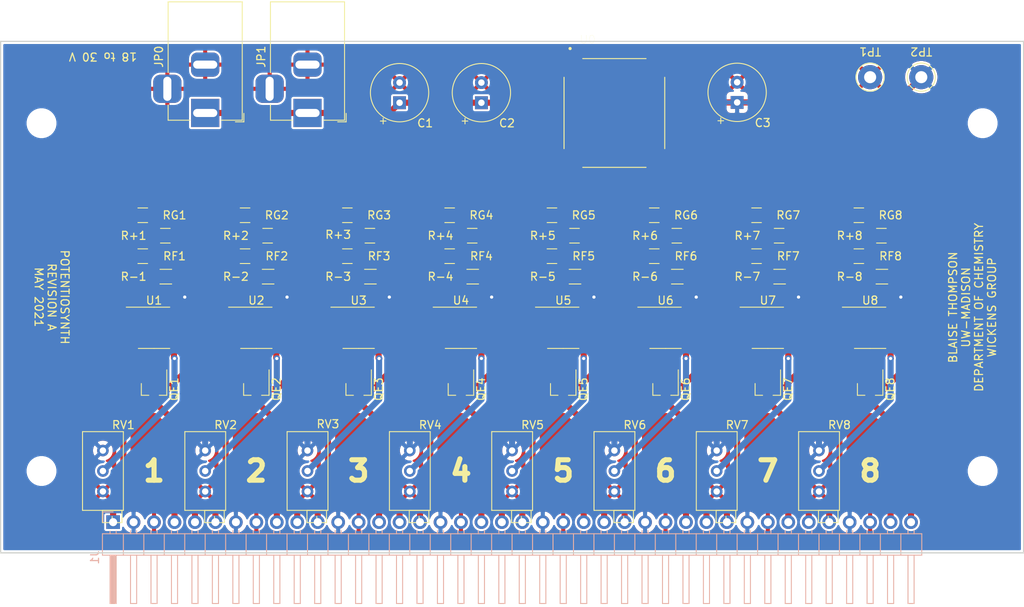
<source format=kicad_pcb>
(kicad_pcb (version 20171130) (host pcbnew 5.1.8+dfsg1-1+b1)
  (title_block (title potentiosynth) (date 2021-05-07) (rev A) (company "University of Wisconsin-Madison") (comment 1 "Department of Chemistry") (comment 2 "Wickens Group") (comment 3 "Blaise Thompson") (comment 4 blaise.thompson@wisc.edu))
  (layers (0 F.Cu signal) (31 B.Cu signal) (34 B.Paste user) (35 F.Paste user) (36 B.SilkS user) (37 F.SilkS user) (38 B.Mask user) (39 F.Mask user) (44 Edge.Cuts user))
  (net 0 "")
  (net 1 +15V)
  (net 2 GND)
  (net 3 "Net-(C1-Pad1)")
  (net 4 /8/ERROR)
  (net 5 /7/ERROR)
  (net 6 /6/ERROR)
  (net 7 /5/ERROR)
  (net 8 /4/ERROR)
  (net 9 /3/ERROR)
  (net 10 /2/ERROR)
  (net 11 /1/ERROR)
  (net 12 "Net-(R+1-Pad2)")
  (net 13 "Net-(R+2-Pad2)")
  (net 14 "Net-(R+3-Pad2)")
  (net 15 "Net-(R+4-Pad2)")
  (net 16 "Net-(R+5-Pad2)")
  (net 17 "Net-(R+6-Pad2)")
  (net 18 "Net-(R+7-Pad2)")
  (net 19 "Net-(R+8-Pad2)")
  (net 20 "Net-(R-1-Pad1)")
  (net 21 "Net-(R-2-Pad1)")
  (net 22 "Net-(R-3-Pad1)")
  (net 23 "Net-(R-4-Pad1)")
  (net 24 "Net-(R-5-Pad1)")
  (net 25 "Net-(R-6-Pad1)")
  (net 26 "Net-(R-7-Pad1)")
  (net 27 "Net-(R-8-Pad1)")
  (net 28 /8/COUNTER)
  (net 29 /8/REFERENCE)
  (net 30 /7/COUNTER)
  (net 31 /7/REFERENCE)
  (net 32 /6/COUNTER)
  (net 33 /6/REFERENCE)
  (net 34 /5/COUNTER)
  (net 35 /5/REFERENCE)
  (net 36 /4/COUNTER)
  (net 37 /4/REFERENCE)
  (net 38 /3/COUNTER)
  (net 39 /3/REFERENCE)
  (net 40 /2/COUNTER)
  (net 41 /2/REFERENCE)
  (net 42 /1/COUNTER)
  (net 43 /1/REFERENCE)
  (net 44 "Net-(R+1-Pad1)")
  (net 45 "Net-(R+2-Pad1)")
  (net 46 "Net-(R+3-Pad1)")
  (net 47 "Net-(R+4-Pad1)")
  (net 48 "Net-(R+5-Pad1)")
  (net 49 "Net-(R+6-Pad1)")
  (net 50 "Net-(R+7-Pad1)")
  (net 51 "Net-(R+8-Pad1)")
  (net 52 "Net-(QE1-Pad1)")
  (net 53 "Net-(QE2-Pad1)")
  (net 54 "Net-(QE3-Pad1)")
  (net 55 "Net-(QE4-Pad1)")
  (net 56 "Net-(QE5-Pad1)")
  (net 57 "Net-(QE6-Pad1)")
  (net 58 "Net-(QE7-Pad1)")
  (net 59 "Net-(QE8-Pad1)")
  (module footprints:CONV_VXO7815-500-M (layer F.Cu) (at 127 72.39)
    (fp_text reference U0 (at -3.325 -9.135) (layer F.SilkS) (effects (font (thickness 0.015))))
    (fp_text value R-7815-0.5)
    (pad 4 smd rect (at -5.5 6) (size 2.5 2.5) (layers F.Cu F.Paste F.Mask))
    (pad 3 smd rect (at 5.5 6) (size 2.5 2.5) (layers F.Cu F.Paste F.Mask) (net 1 +15V))
    (pad 2 smd rect (at 5.5 -6) (size 2.5 2.5) (layers F.Cu F.Paste F.Mask) (net 2 GND))
    (pad 1 smd rect (at -5.5 -6) (size 2.5 2.5) (layers F.Cu F.Paste F.Mask) (net 3 "Net-(C1-Pad1)"))
  )
  (module Package_SO:SOIC-8_3.9x4.9mm_P1.27mm (layer F.Cu) (at 158.75 99.06)
    (fp_text reference U8 (at 0 -3.4) (layer F.SilkS))
    (fp_text value TLV9152IDR)
    (pad 8 smd roundrect (at 2.475 -1.905) (size 1.95 0.6) (layers F.Cu F.Paste F.Mask) (net 1 +15V))
    (pad 7 smd roundrect (at 2.475 -0.635) (size 1.95 0.6) (layers F.Cu F.Paste F.Mask) (net 28 /8/COUNTER))
    (pad 6 smd roundrect (at 2.475 0.635) (size 1.95 0.6) (layers F.Cu F.Paste F.Mask) (net 29 /8/REFERENCE))
    (pad 5 smd roundrect (at 2.475 1.905) (size 1.95 0.6) (layers F.Cu F.Paste F.Mask) (net 51 "Net-(R+8-Pad1)"))
    (pad 4 smd roundrect (at -2.475 1.905) (size 1.95 0.6) (layers F.Cu F.Paste F.Mask) (net 2 GND))
    (pad 3 smd roundrect (at -2.475 0.635) (size 1.95 0.6) (layers F.Cu F.Paste F.Mask) (net 19 "Net-(R+8-Pad2)"))
    (pad 2 smd roundrect (at -2.475 -0.635) (size 1.95 0.6) (layers F.Cu F.Paste F.Mask) (net 27 "Net-(R-8-Pad1)"))
    (pad 1 smd roundrect (at -2.475 -1.905) (size 1.95 0.6) (layers F.Cu F.Paste F.Mask) (net 59 "Net-(QE8-Pad1)"))
  )
  (module Package_SO:SOIC-8_3.9x4.9mm_P1.27mm (layer F.Cu) (at 146.05 99.06)
    (fp_text reference U7 (at 0 -3.4) (layer F.SilkS))
    (fp_text value TLV9152IDR)
    (pad 8 smd roundrect (at 2.475 -1.905) (size 1.95 0.6) (layers F.Cu F.Paste F.Mask) (net 1 +15V))
    (pad 7 smd roundrect (at 2.475 -0.635) (size 1.95 0.6) (layers F.Cu F.Paste F.Mask) (net 30 /7/COUNTER))
    (pad 6 smd roundrect (at 2.475 0.635) (size 1.95 0.6) (layers F.Cu F.Paste F.Mask) (net 31 /7/REFERENCE))
    (pad 5 smd roundrect (at 2.475 1.905) (size 1.95 0.6) (layers F.Cu F.Paste F.Mask) (net 50 "Net-(R+7-Pad1)"))
    (pad 4 smd roundrect (at -2.475 1.905) (size 1.95 0.6) (layers F.Cu F.Paste F.Mask) (net 2 GND))
    (pad 3 smd roundrect (at -2.475 0.635) (size 1.95 0.6) (layers F.Cu F.Paste F.Mask) (net 18 "Net-(R+7-Pad2)"))
    (pad 2 smd roundrect (at -2.475 -0.635) (size 1.95 0.6) (layers F.Cu F.Paste F.Mask) (net 26 "Net-(R-7-Pad1)"))
    (pad 1 smd roundrect (at -2.475 -1.905) (size 1.95 0.6) (layers F.Cu F.Paste F.Mask) (net 58 "Net-(QE7-Pad1)"))
  )
  (module Package_SO:SOIC-8_3.9x4.9mm_P1.27mm (layer F.Cu) (at 133.35 99.06)
    (fp_text reference U6 (at 0 -3.4) (layer F.SilkS))
    (fp_text value TLV9152IDR)
    (pad 8 smd roundrect (at 2.475 -1.905) (size 1.95 0.6) (layers F.Cu F.Paste F.Mask) (net 1 +15V))
    (pad 7 smd roundrect (at 2.475 -0.635) (size 1.95 0.6) (layers F.Cu F.Paste F.Mask) (net 32 /6/COUNTER))
    (pad 6 smd roundrect (at 2.475 0.635) (size 1.95 0.6) (layers F.Cu F.Paste F.Mask) (net 33 /6/REFERENCE))
    (pad 5 smd roundrect (at 2.475 1.905) (size 1.95 0.6) (layers F.Cu F.Paste F.Mask) (net 49 "Net-(R+6-Pad1)"))
    (pad 4 smd roundrect (at -2.475 1.905) (size 1.95 0.6) (layers F.Cu F.Paste F.Mask) (net 2 GND))
    (pad 3 smd roundrect (at -2.475 0.635) (size 1.95 0.6) (layers F.Cu F.Paste F.Mask) (net 17 "Net-(R+6-Pad2)"))
    (pad 2 smd roundrect (at -2.475 -0.635) (size 1.95 0.6) (layers F.Cu F.Paste F.Mask) (net 25 "Net-(R-6-Pad1)"))
    (pad 1 smd roundrect (at -2.475 -1.905) (size 1.95 0.6) (layers F.Cu F.Paste F.Mask) (net 57 "Net-(QE6-Pad1)"))
  )
  (module Package_SO:SOIC-8_3.9x4.9mm_P1.27mm (layer F.Cu) (at 120.65 99.06)
    (fp_text reference U5 (at 0 -3.4) (layer F.SilkS))
    (fp_text value TLV9152IDR)
    (pad 8 smd roundrect (at 2.475 -1.905) (size 1.95 0.6) (layers F.Cu F.Paste F.Mask) (net 1 +15V))
    (pad 7 smd roundrect (at 2.475 -0.635) (size 1.95 0.6) (layers F.Cu F.Paste F.Mask) (net 34 /5/COUNTER))
    (pad 6 smd roundrect (at 2.475 0.635) (size 1.95 0.6) (layers F.Cu F.Paste F.Mask) (net 35 /5/REFERENCE))
    (pad 5 smd roundrect (at 2.475 1.905) (size 1.95 0.6) (layers F.Cu F.Paste F.Mask) (net 48 "Net-(R+5-Pad1)"))
    (pad 4 smd roundrect (at -2.475 1.905) (size 1.95 0.6) (layers F.Cu F.Paste F.Mask) (net 2 GND))
    (pad 3 smd roundrect (at -2.475 0.635) (size 1.95 0.6) (layers F.Cu F.Paste F.Mask) (net 16 "Net-(R+5-Pad2)"))
    (pad 2 smd roundrect (at -2.475 -0.635) (size 1.95 0.6) (layers F.Cu F.Paste F.Mask) (net 24 "Net-(R-5-Pad1)"))
    (pad 1 smd roundrect (at -2.475 -1.905) (size 1.95 0.6) (layers F.Cu F.Paste F.Mask) (net 56 "Net-(QE5-Pad1)"))
  )
  (module Package_SO:SOIC-8_3.9x4.9mm_P1.27mm (layer F.Cu) (at 107.95 99.06)
    (fp_text reference U4 (at 0 -3.4) (layer F.SilkS))
    (fp_text value TLV9152IDR)
    (pad 8 smd roundrect (at 2.475 -1.905) (size 1.95 0.6) (layers F.Cu F.Paste F.Mask) (net 1 +15V))
    (pad 7 smd roundrect (at 2.475 -0.635) (size 1.95 0.6) (layers F.Cu F.Paste F.Mask) (net 36 /4/COUNTER))
    (pad 6 smd roundrect (at 2.475 0.635) (size 1.95 0.6) (layers F.Cu F.Paste F.Mask) (net 37 /4/REFERENCE))
    (pad 5 smd roundrect (at 2.475 1.905) (size 1.95 0.6) (layers F.Cu F.Paste F.Mask) (net 47 "Net-(R+4-Pad1)"))
    (pad 4 smd roundrect (at -2.475 1.905) (size 1.95 0.6) (layers F.Cu F.Paste F.Mask) (net 2 GND))
    (pad 3 smd roundrect (at -2.475 0.635) (size 1.95 0.6) (layers F.Cu F.Paste F.Mask) (net 15 "Net-(R+4-Pad2)"))
    (pad 2 smd roundrect (at -2.475 -0.635) (size 1.95 0.6) (layers F.Cu F.Paste F.Mask) (net 23 "Net-(R-4-Pad1)"))
    (pad 1 smd roundrect (at -2.475 -1.905) (size 1.95 0.6) (layers F.Cu F.Paste F.Mask) (net 55 "Net-(QE4-Pad1)"))
  )
  (module Package_SO:SOIC-8_3.9x4.9mm_P1.27mm (layer F.Cu) (at 95.25 99.06)
    (fp_text reference U3 (at 0 -3.4) (layer F.SilkS))
    (fp_text value TLV9152IDR)
    (pad 8 smd roundrect (at 2.475 -1.905) (size 1.95 0.6) (layers F.Cu F.Paste F.Mask) (net 1 +15V))
    (pad 7 smd roundrect (at 2.475 -0.635) (size 1.95 0.6) (layers F.Cu F.Paste F.Mask) (net 38 /3/COUNTER))
    (pad 6 smd roundrect (at 2.475 0.635) (size 1.95 0.6) (layers F.Cu F.Paste F.Mask) (net 39 /3/REFERENCE))
    (pad 5 smd roundrect (at 2.475 1.905) (size 1.95 0.6) (layers F.Cu F.Paste F.Mask) (net 46 "Net-(R+3-Pad1)"))
    (pad 4 smd roundrect (at -2.475 1.905) (size 1.95 0.6) (layers F.Cu F.Paste F.Mask) (net 2 GND))
    (pad 3 smd roundrect (at -2.475 0.635) (size 1.95 0.6) (layers F.Cu F.Paste F.Mask) (net 14 "Net-(R+3-Pad2)"))
    (pad 2 smd roundrect (at -2.475 -0.635) (size 1.95 0.6) (layers F.Cu F.Paste F.Mask) (net 22 "Net-(R-3-Pad1)"))
    (pad 1 smd roundrect (at -2.475 -1.905) (size 1.95 0.6) (layers F.Cu F.Paste F.Mask) (net 54 "Net-(QE3-Pad1)"))
  )
  (module Package_SO:SOIC-8_3.9x4.9mm_P1.27mm (layer F.Cu) (at 82.55 99.06)
    (fp_text reference U2 (at 0 -3.4) (layer F.SilkS))
    (fp_text value TLV9152IDR)
    (pad 8 smd roundrect (at 2.475 -1.905) (size 1.95 0.6) (layers F.Cu F.Paste F.Mask) (net 1 +15V))
    (pad 7 smd roundrect (at 2.475 -0.635) (size 1.95 0.6) (layers F.Cu F.Paste F.Mask) (net 40 /2/COUNTER))
    (pad 6 smd roundrect (at 2.475 0.635) (size 1.95 0.6) (layers F.Cu F.Paste F.Mask) (net 41 /2/REFERENCE))
    (pad 5 smd roundrect (at 2.475 1.905) (size 1.95 0.6) (layers F.Cu F.Paste F.Mask) (net 45 "Net-(R+2-Pad1)"))
    (pad 4 smd roundrect (at -2.475 1.905) (size 1.95 0.6) (layers F.Cu F.Paste F.Mask) (net 2 GND))
    (pad 3 smd roundrect (at -2.475 0.635) (size 1.95 0.6) (layers F.Cu F.Paste F.Mask) (net 13 "Net-(R+2-Pad2)"))
    (pad 2 smd roundrect (at -2.475 -0.635) (size 1.95 0.6) (layers F.Cu F.Paste F.Mask) (net 21 "Net-(R-2-Pad1)"))
    (pad 1 smd roundrect (at -2.475 -1.905) (size 1.95 0.6) (layers F.Cu F.Paste F.Mask) (net 53 "Net-(QE2-Pad1)"))
  )
  (module Package_SO:SOIC-8_3.9x4.9mm_P1.27mm (layer F.Cu) (at 69.85 99.06)
    (fp_text reference U1 (at 0 -3.4) (layer F.SilkS))
    (fp_text value TLV9152IDR)
    (pad 8 smd roundrect (at 2.475 -1.905) (size 1.95 0.6) (layers F.Cu F.Paste F.Mask) (net 1 +15V))
    (pad 7 smd roundrect (at 2.475 -0.635) (size 1.95 0.6) (layers F.Cu F.Paste F.Mask) (net 42 /1/COUNTER))
    (pad 6 smd roundrect (at 2.475 0.635) (size 1.95 0.6) (layers F.Cu F.Paste F.Mask) (net 43 /1/REFERENCE))
    (pad 5 smd roundrect (at 2.475 1.905) (size 1.95 0.6) (layers F.Cu F.Paste F.Mask) (net 44 "Net-(R+1-Pad1)"))
    (pad 4 smd roundrect (at -2.475 1.905) (size 1.95 0.6) (layers F.Cu F.Paste F.Mask) (net 2 GND))
    (pad 3 smd roundrect (at -2.475 0.635) (size 1.95 0.6) (layers F.Cu F.Paste F.Mask) (net 12 "Net-(R+1-Pad2)"))
    (pad 2 smd roundrect (at -2.475 -0.635) (size 1.95 0.6) (layers F.Cu F.Paste F.Mask) (net 20 "Net-(R-1-Pad1)"))
    (pad 1 smd roundrect (at -2.475 -1.905) (size 1.95 0.6) (layers F.Cu F.Paste F.Mask) (net 52 "Net-(QE1-Pad1)"))
  )
  (module Potentiometer_THT:Potentiometer_Bourns_3296X_Horizontal (layer F.Cu) (at 114.3 114.3 90)
    (fp_text reference RV5 (at 3.175 2.54 180) (layer F.SilkS))
    (fp_text value R_POT_US)
    (pad 3 thru_hole circle (at -5.08 0 90) (size 1.44 1.44) (drill 0.8) (layers *.Cu *.Mask) (net 2 GND))
    (pad 2 thru_hole circle (at -2.54 0 90) (size 1.44 1.44) (drill 0.8) (layers *.Cu *.Mask) (net 48 "Net-(R+5-Pad1)"))
    (pad 1 thru_hole circle (at 0 0 90) (size 1.44 1.44) (drill 0.8) (layers *.Cu *.Mask) (net 1 +15V))
  )
  (module Potentiometer_THT:Potentiometer_Bourns_3296X_Horizontal (layer F.Cu) (at 63.5 114.3 90)
    (fp_text reference RV1 (at 3.175 2.54 180) (layer F.SilkS))
    (fp_text value R_POT_US)
    (pad 3 thru_hole circle (at -5.08 0 90) (size 1.44 1.44) (drill 0.8) (layers *.Cu *.Mask) (net 2 GND))
    (pad 2 thru_hole circle (at -2.54 0 90) (size 1.44 1.44) (drill 0.8) (layers *.Cu *.Mask) (net 44 "Net-(R+1-Pad1)"))
    (pad 1 thru_hole circle (at 0 0 90) (size 1.44 1.44) (drill 0.8) (layers *.Cu *.Mask) (net 1 +15V))
  )
  (module Package_TO_SOT_SMD:SOT-23_Handsoldering (layer F.Cu) (at 158.75 106.68 270)
    (fp_text reference QE8 (at 0 -2.5 90) (layer F.SilkS))
    (fp_text value Q_NMOS_GSD)
    (pad 3 smd rect (at 1.5 0 270) (size 1.9 0.8) (layers F.Cu F.Paste F.Mask) (net 4 /8/ERROR))
    (pad 2 smd rect (at -1.5 0.95 270) (size 1.9 0.8) (layers F.Cu F.Paste F.Mask) (net 2 GND))
    (pad 1 smd rect (at -1.5 -0.95 270) (size 1.9 0.8) (layers F.Cu F.Paste F.Mask) (net 59 "Net-(QE8-Pad1)"))
  )
  (module Package_TO_SOT_SMD:SOT-23_Handsoldering (layer F.Cu) (at 146.05 106.68 270)
    (fp_text reference QE7 (at 0 -2.5 90) (layer F.SilkS))
    (fp_text value Q_NMOS_GSD)
    (pad 3 smd rect (at 1.5 0 270) (size 1.9 0.8) (layers F.Cu F.Paste F.Mask) (net 5 /7/ERROR))
    (pad 2 smd rect (at -1.5 0.95 270) (size 1.9 0.8) (layers F.Cu F.Paste F.Mask) (net 2 GND))
    (pad 1 smd rect (at -1.5 -0.95 270) (size 1.9 0.8) (layers F.Cu F.Paste F.Mask) (net 58 "Net-(QE7-Pad1)"))
  )
  (module Package_TO_SOT_SMD:SOT-23_Handsoldering (layer F.Cu) (at 133.35 106.68 270)
    (fp_text reference QE6 (at 0 -2.5 90) (layer F.SilkS))
    (fp_text value Q_NMOS_GSD)
    (pad 3 smd rect (at 1.5 0 270) (size 1.9 0.8) (layers F.Cu F.Paste F.Mask) (net 6 /6/ERROR))
    (pad 2 smd rect (at -1.5 0.95 270) (size 1.9 0.8) (layers F.Cu F.Paste F.Mask) (net 2 GND))
    (pad 1 smd rect (at -1.5 -0.95 270) (size 1.9 0.8) (layers F.Cu F.Paste F.Mask) (net 57 "Net-(QE6-Pad1)"))
  )
  (module Package_TO_SOT_SMD:SOT-23_Handsoldering (layer F.Cu) (at 120.65 106.68 270)
    (fp_text reference QE5 (at 0 -2.5 90) (layer F.SilkS))
    (fp_text value Q_NMOS_GSD)
    (pad 3 smd rect (at 1.5 0 270) (size 1.9 0.8) (layers F.Cu F.Paste F.Mask) (net 7 /5/ERROR))
    (pad 2 smd rect (at -1.5 0.95 270) (size 1.9 0.8) (layers F.Cu F.Paste F.Mask) (net 2 GND))
    (pad 1 smd rect (at -1.5 -0.95 270) (size 1.9 0.8) (layers F.Cu F.Paste F.Mask) (net 56 "Net-(QE5-Pad1)"))
  )
  (module Package_TO_SOT_SMD:SOT-23_Handsoldering (layer F.Cu) (at 107.95 106.68 270)
    (fp_text reference QE4 (at 0 -2.5 90) (layer F.SilkS))
    (fp_text value Q_NMOS_GSD)
    (pad 3 smd rect (at 1.5 0 270) (size 1.9 0.8) (layers F.Cu F.Paste F.Mask) (net 8 /4/ERROR))
    (pad 2 smd rect (at -1.5 0.95 270) (size 1.9 0.8) (layers F.Cu F.Paste F.Mask) (net 2 GND))
    (pad 1 smd rect (at -1.5 -0.95 270) (size 1.9 0.8) (layers F.Cu F.Paste F.Mask) (net 55 "Net-(QE4-Pad1)"))
  )
  (module Package_TO_SOT_SMD:SOT-23_Handsoldering (layer F.Cu) (at 95.25 106.68 270)
    (fp_text reference QE3 (at 0 -2.5 90) (layer F.SilkS))
    (fp_text value Q_NMOS_GSD)
    (pad 3 smd rect (at 1.5 0 270) (size 1.9 0.8) (layers F.Cu F.Paste F.Mask) (net 9 /3/ERROR))
    (pad 2 smd rect (at -1.5 0.95 270) (size 1.9 0.8) (layers F.Cu F.Paste F.Mask) (net 2 GND))
    (pad 1 smd rect (at -1.5 -0.95 270) (size 1.9 0.8) (layers F.Cu F.Paste F.Mask) (net 54 "Net-(QE3-Pad1)"))
  )
  (module Package_TO_SOT_SMD:SOT-23_Handsoldering (layer F.Cu) (at 82.55 106.68 270)
    (fp_text reference QE2 (at 0 -2.5 90) (layer F.SilkS))
    (fp_text value Q_NMOS_GSD)
    (pad 3 smd rect (at 1.5 0 270) (size 1.9 0.8) (layers F.Cu F.Paste F.Mask) (net 10 /2/ERROR))
    (pad 2 smd rect (at -1.5 0.95 270) (size 1.9 0.8) (layers F.Cu F.Paste F.Mask) (net 2 GND))
    (pad 1 smd rect (at -1.5 -0.95 270) (size 1.9 0.8) (layers F.Cu F.Paste F.Mask) (net 53 "Net-(QE2-Pad1)"))
  )
  (module Package_TO_SOT_SMD:SOT-23_Handsoldering (layer F.Cu) (at 69.85 106.68 270)
    (fp_text reference QE1 (at 0 -2.5 90) (layer F.SilkS))
    (fp_text value Q_NMOS_GSD)
    (pad 3 smd rect (at 1.5 0 270) (size 1.9 0.8) (layers F.Cu F.Paste F.Mask) (net 11 /1/ERROR))
    (pad 2 smd rect (at -1.5 0.95 270) (size 1.9 0.8) (layers F.Cu F.Paste F.Mask) (net 2 GND))
    (pad 1 smd rect (at -1.5 -0.95 270) (size 1.9 0.8) (layers F.Cu F.Paste F.Mask) (net 52 "Net-(QE1-Pad1)"))
  )
  (module Resistor_SMD:R_1206_3216Metric (layer F.Cu) (at 160.2125 92.71)
    (fp_text reference R-8 (at -4.0025 0) (layer F.SilkS))
    (fp_text value 1k)
    (pad 2 smd roundrect (at 1.4625 0) (size 1.125 1.75) (layers F.Cu F.Paste F.Mask) (roundrect_rratio 0.2222213333333333) (net 29 /8/REFERENCE))
    (pad 1 smd roundrect (at -1.4625 0) (size 1.125 1.75) (layers F.Cu F.Paste F.Mask) (roundrect_rratio 0.2222213333333333) (net 27 "Net-(R-8-Pad1)"))
  )
  (module Resistor_SMD:R_1206_3216Metric (layer F.Cu) (at 147.5125 92.71)
    (fp_text reference R-7 (at -4.0025 0) (layer F.SilkS))
    (fp_text value 1k)
    (pad 2 smd roundrect (at 1.4625 0) (size 1.125 1.75) (layers F.Cu F.Paste F.Mask) (roundrect_rratio 0.2222213333333333) (net 31 /7/REFERENCE))
    (pad 1 smd roundrect (at -1.4625 0) (size 1.125 1.75) (layers F.Cu F.Paste F.Mask) (roundrect_rratio 0.2222213333333333) (net 26 "Net-(R-7-Pad1)"))
  )
  (module Resistor_SMD:R_1206_3216Metric (layer F.Cu) (at 134.8125 92.71)
    (fp_text reference R-6 (at -4.0025 0) (layer F.SilkS))
    (fp_text value 1k)
    (pad 2 smd roundrect (at 1.4625 0) (size 1.125 1.75) (layers F.Cu F.Paste F.Mask) (roundrect_rratio 0.2222213333333333) (net 33 /6/REFERENCE))
    (pad 1 smd roundrect (at -1.4625 0) (size 1.125 1.75) (layers F.Cu F.Paste F.Mask) (roundrect_rratio 0.2222213333333333) (net 25 "Net-(R-6-Pad1)"))
  )
  (module Resistor_SMD:R_1206_3216Metric (layer F.Cu) (at 122.1125 92.71)
    (fp_text reference R-5 (at -4.0025 0) (layer F.SilkS))
    (fp_text value 1k)
    (pad 2 smd roundrect (at 1.4625 0) (size 1.125 1.75) (layers F.Cu F.Paste F.Mask) (roundrect_rratio 0.2222213333333333) (net 35 /5/REFERENCE))
    (pad 1 smd roundrect (at -1.4625 0) (size 1.125 1.75) (layers F.Cu F.Paste F.Mask) (roundrect_rratio 0.2222213333333333) (net 24 "Net-(R-5-Pad1)"))
  )
  (module Resistor_SMD:R_1206_3216Metric (layer F.Cu) (at 109.4125 92.71)
    (fp_text reference R-4 (at -4.0025 0) (layer F.SilkS))
    (fp_text value 1k)
    (pad 2 smd roundrect (at 1.4625 0) (size 1.125 1.75) (layers F.Cu F.Paste F.Mask) (roundrect_rratio 0.2222213333333333) (net 37 /4/REFERENCE))
    (pad 1 smd roundrect (at -1.4625 0) (size 1.125 1.75) (layers F.Cu F.Paste F.Mask) (roundrect_rratio 0.2222213333333333) (net 23 "Net-(R-4-Pad1)"))
  )
  (module Resistor_SMD:R_1206_3216Metric (layer F.Cu) (at 96.7125 92.71)
    (fp_text reference R-3 (at -4.0025 0) (layer F.SilkS))
    (fp_text value 1k)
    (pad 2 smd roundrect (at 1.4625 0) (size 1.125 1.75) (layers F.Cu F.Paste F.Mask) (roundrect_rratio 0.2222213333333333) (net 39 /3/REFERENCE))
    (pad 1 smd roundrect (at -1.4625 0) (size 1.125 1.75) (layers F.Cu F.Paste F.Mask) (roundrect_rratio 0.2222213333333333) (net 22 "Net-(R-3-Pad1)"))
  )
  (module Resistor_SMD:R_1206_3216Metric (layer F.Cu) (at 84.0125 92.71)
    (fp_text reference R-2 (at -4.0025 0) (layer F.SilkS))
    (fp_text value 1k)
    (pad 2 smd roundrect (at 1.4625 0) (size 1.125 1.75) (layers F.Cu F.Paste F.Mask) (roundrect_rratio 0.2222213333333333) (net 41 /2/REFERENCE))
    (pad 1 smd roundrect (at -1.4625 0) (size 1.125 1.75) (layers F.Cu F.Paste F.Mask) (roundrect_rratio 0.2222213333333333) (net 21 "Net-(R-2-Pad1)"))
  )
  (module Resistor_SMD:R_1206_3216Metric (layer F.Cu) (at 71.3125 92.71)
    (fp_text reference R-1 (at -4.0025 0) (layer F.SilkS))
    (fp_text value 1k)
    (pad 2 smd roundrect (at 1.4625 0) (size 1.125 1.75) (layers F.Cu F.Paste F.Mask) (roundrect_rratio 0.2222213333333333) (net 43 /1/REFERENCE))
    (pad 1 smd roundrect (at -1.4625 0) (size 1.125 1.75) (layers F.Cu F.Paste F.Mask) (roundrect_rratio 0.2222213333333333) (net 20 "Net-(R-1-Pad1)"))
  )
  (module Potentiometer_THT:Potentiometer_Bourns_3296X_Horizontal (layer F.Cu) (at 127 114.3 90)
    (fp_text reference RV6 (at 3.175 2.54 180) (layer F.SilkS))
    (fp_text value R_POT_US)
    (pad 3 thru_hole circle (at -5.08 0 90) (size 1.44 1.44) (drill 0.8) (layers *.Cu *.Mask) (net 2 GND))
    (pad 2 thru_hole circle (at -2.54 0 90) (size 1.44 1.44) (drill 0.8) (layers *.Cu *.Mask) (net 49 "Net-(R+6-Pad1)"))
    (pad 1 thru_hole circle (at 0 0 90) (size 1.44 1.44) (drill 0.8) (layers *.Cu *.Mask) (net 1 +15V))
  )
  (module Potentiometer_THT:Potentiometer_Bourns_3296X_Horizontal (layer F.Cu) (at 88.9 114.3 90)
    (fp_text reference RV3 (at 3.285 2.54 180) (layer F.SilkS))
    (fp_text value R_POT_US)
    (pad 3 thru_hole circle (at -5.08 0 90) (size 1.44 1.44) (drill 0.8) (layers *.Cu *.Mask) (net 2 GND))
    (pad 2 thru_hole circle (at -2.54 0 90) (size 1.44 1.44) (drill 0.8) (layers *.Cu *.Mask) (net 46 "Net-(R+3-Pad1)"))
    (pad 1 thru_hole circle (at 0 0 90) (size 1.44 1.44) (drill 0.8) (layers *.Cu *.Mask) (net 1 +15V))
  )
  (module Potentiometer_THT:Potentiometer_Bourns_3296X_Horizontal (layer F.Cu) (at 76.2 114.3 90)
    (fp_text reference RV2 (at 3.175 2.54 180) (layer F.SilkS))
    (fp_text value R_POT_US)
    (pad 3 thru_hole circle (at -5.08 0 90) (size 1.44 1.44) (drill 0.8) (layers *.Cu *.Mask) (net 2 GND))
    (pad 2 thru_hole circle (at -2.54 0 90) (size 1.44 1.44) (drill 0.8) (layers *.Cu *.Mask) (net 45 "Net-(R+2-Pad1)"))
    (pad 1 thru_hole circle (at 0 0 90) (size 1.44 1.44) (drill 0.8) (layers *.Cu *.Mask) (net 1 +15V))
  )
  (module Potentiometer_THT:Potentiometer_Bourns_3296X_Horizontal (layer F.Cu) (at 101.6 114.3 90)
    (fp_text reference RV4 (at 3.175 2.54 180) (layer F.SilkS))
    (fp_text value R_POT_US)
    (pad 3 thru_hole circle (at -5.08 0 90) (size 1.44 1.44) (drill 0.8) (layers *.Cu *.Mask) (net 2 GND))
    (pad 2 thru_hole circle (at -2.54 0 90) (size 1.44 1.44) (drill 0.8) (layers *.Cu *.Mask) (net 47 "Net-(R+4-Pad1)"))
    (pad 1 thru_hole circle (at 0 0 90) (size 1.44 1.44) (drill 0.8) (layers *.Cu *.Mask) (net 1 +15V))
  )
  (module Potentiometer_THT:Potentiometer_Bourns_3296X_Horizontal (layer F.Cu) (at 152.4 114.3 90)
    (fp_text reference RV8 (at 3.175 2.54 180) (layer F.SilkS))
    (fp_text value R_POT_US)
    (pad 3 thru_hole circle (at -5.08 0 90) (size 1.44 1.44) (drill 0.8) (layers *.Cu *.Mask) (net 2 GND))
    (pad 2 thru_hole circle (at -2.54 0 90) (size 1.44 1.44) (drill 0.8) (layers *.Cu *.Mask) (net 51 "Net-(R+8-Pad1)"))
    (pad 1 thru_hole circle (at 0 0 90) (size 1.44 1.44) (drill 0.8) (layers *.Cu *.Mask) (net 1 +15V))
  )
  (module Potentiometer_THT:Potentiometer_Bourns_3296X_Horizontal (layer F.Cu) (at 139.7 114.3 90)
    (fp_text reference RV7 (at 3.175 2.54 180) (layer F.SilkS))
    (fp_text value R_POT_US)
    (pad 3 thru_hole circle (at -5.08 0 90) (size 1.44 1.44) (drill 0.8) (layers *.Cu *.Mask) (net 2 GND))
    (pad 2 thru_hole circle (at -2.54 0 90) (size 1.44 1.44) (drill 0.8) (layers *.Cu *.Mask) (net 50 "Net-(R+7-Pad1)"))
    (pad 1 thru_hole circle (at 0 0 90) (size 1.44 1.44) (drill 0.8) (layers *.Cu *.Mask) (net 1 +15V))
  )
  (module Resistor_SMD:R_1206_3216Metric (layer F.Cu) (at 157.35 85.09 180)
    (fp_text reference RG8 (at -3.94 0) (layer F.SilkS))
    (fp_text value 100k)
    (pad 2 smd roundrect (at 1.4 0 180) (size 1.25 1.75) (layers F.Cu F.Paste F.Mask) (roundrect_rratio 0.2) (net 2 GND))
    (pad 1 smd roundrect (at -1.4 0 180) (size 1.25 1.75) (layers F.Cu F.Paste F.Mask) (roundrect_rratio 0.2) (net 19 "Net-(R+8-Pad2)"))
  )
  (module Resistor_SMD:R_1206_3216Metric (layer F.Cu) (at 144.65 85.09 180)
    (fp_text reference RG7 (at -3.94 0) (layer F.SilkS))
    (fp_text value 100k)
    (pad 2 smd roundrect (at 1.4 0 180) (size 1.25 1.75) (layers F.Cu F.Paste F.Mask) (roundrect_rratio 0.2) (net 2 GND))
    (pad 1 smd roundrect (at -1.4 0 180) (size 1.25 1.75) (layers F.Cu F.Paste F.Mask) (roundrect_rratio 0.2) (net 18 "Net-(R+7-Pad2)"))
  )
  (module Resistor_SMD:R_1206_3216Metric (layer F.Cu) (at 131.95 85.09 180)
    (fp_text reference RG6 (at -3.94 0) (layer F.SilkS))
    (fp_text value 100k)
    (pad 2 smd roundrect (at 1.4 0 180) (size 1.25 1.75) (layers F.Cu F.Paste F.Mask) (roundrect_rratio 0.2) (net 2 GND))
    (pad 1 smd roundrect (at -1.4 0 180) (size 1.25 1.75) (layers F.Cu F.Paste F.Mask) (roundrect_rratio 0.2) (net 17 "Net-(R+6-Pad2)"))
  )
  (module Resistor_SMD:R_1206_3216Metric (layer F.Cu) (at 119.25 85.09 180)
    (fp_text reference RG5 (at -3.94 0) (layer F.SilkS))
    (fp_text value 100k)
    (pad 2 smd roundrect (at 1.4 0 180) (size 1.25 1.75) (layers F.Cu F.Paste F.Mask) (roundrect_rratio 0.2) (net 2 GND))
    (pad 1 smd roundrect (at -1.4 0 180) (size 1.25 1.75) (layers F.Cu F.Paste F.Mask) (roundrect_rratio 0.2) (net 16 "Net-(R+5-Pad2)"))
  )
  (module Resistor_SMD:R_1206_3216Metric (layer F.Cu) (at 106.55 85.09 180)
    (fp_text reference RG4 (at -3.94 0) (layer F.SilkS))
    (fp_text value 100k)
    (pad 2 smd roundrect (at 1.4 0 180) (size 1.25 1.75) (layers F.Cu F.Paste F.Mask) (roundrect_rratio 0.2) (net 2 GND))
    (pad 1 smd roundrect (at -1.4 0 180) (size 1.25 1.75) (layers F.Cu F.Paste F.Mask) (roundrect_rratio 0.2) (net 15 "Net-(R+4-Pad2)"))
  )
  (module Resistor_SMD:R_1206_3216Metric (layer F.Cu) (at 93.85 85.09 180)
    (fp_text reference RG3 (at -3.94 0) (layer F.SilkS))
    (fp_text value 100k)
    (pad 2 smd roundrect (at 1.4 0 180) (size 1.25 1.75) (layers F.Cu F.Paste F.Mask) (roundrect_rratio 0.2) (net 2 GND))
    (pad 1 smd roundrect (at -1.4 0 180) (size 1.25 1.75) (layers F.Cu F.Paste F.Mask) (roundrect_rratio 0.2) (net 14 "Net-(R+3-Pad2)"))
  )
  (module Resistor_SMD:R_1206_3216Metric (layer F.Cu) (at 81.15 85.09 180)
    (fp_text reference RG2 (at -3.94 0) (layer F.SilkS))
    (fp_text value 100k)
    (pad 2 smd roundrect (at 1.4 0 180) (size 1.25 1.75) (layers F.Cu F.Paste F.Mask) (roundrect_rratio 0.2) (net 2 GND))
    (pad 1 smd roundrect (at -1.4 0 180) (size 1.25 1.75) (layers F.Cu F.Paste F.Mask) (roundrect_rratio 0.2) (net 13 "Net-(R+2-Pad2)"))
  )
  (module Resistor_SMD:R_1206_3216Metric (layer F.Cu) (at 68.45 85.09 180)
    (fp_text reference RG1 (at -3.94 0) (layer F.SilkS))
    (fp_text value 100k)
    (pad 2 smd roundrect (at 1.4 0 180) (size 1.25 1.75) (layers F.Cu F.Paste F.Mask) (roundrect_rratio 0.2) (net 2 GND))
    (pad 1 smd roundrect (at -1.4 0 180) (size 1.25 1.75) (layers F.Cu F.Paste F.Mask) (roundrect_rratio 0.2) (net 12 "Net-(R+1-Pad2)"))
  )
  (module Resistor_SMD:R_1206_3216Metric (layer F.Cu) (at 157.35 90.17 180)
    (fp_text reference RF8 (at -3.94 0) (layer F.SilkS))
    (fp_text value 100k)
    (pad 2 smd roundrect (at 1.4 0 180) (size 1.25 1.75) (layers F.Cu F.Paste F.Mask) (roundrect_rratio 0.2) (net 59 "Net-(QE8-Pad1)"))
    (pad 1 smd roundrect (at -1.4 0 180) (size 1.25 1.75) (layers F.Cu F.Paste F.Mask) (roundrect_rratio 0.2) (net 27 "Net-(R-8-Pad1)"))
  )
  (module Resistor_SMD:R_1206_3216Metric (layer F.Cu) (at 144.65 90.17 180)
    (fp_text reference RF7 (at -3.94 0) (layer F.SilkS))
    (fp_text value 100k)
    (pad 2 smd roundrect (at 1.4 0 180) (size 1.25 1.75) (layers F.Cu F.Paste F.Mask) (roundrect_rratio 0.2) (net 58 "Net-(QE7-Pad1)"))
    (pad 1 smd roundrect (at -1.4 0 180) (size 1.25 1.75) (layers F.Cu F.Paste F.Mask) (roundrect_rratio 0.2) (net 26 "Net-(R-7-Pad1)"))
  )
  (module Resistor_SMD:R_1206_3216Metric (layer F.Cu) (at 131.95 90.17 180)
    (fp_text reference RF6 (at -3.94 0) (layer F.SilkS))
    (fp_text value 100k)
    (pad 2 smd roundrect (at 1.4 0 180) (size 1.25 1.75) (layers F.Cu F.Paste F.Mask) (roundrect_rratio 0.2) (net 57 "Net-(QE6-Pad1)"))
    (pad 1 smd roundrect (at -1.4 0 180) (size 1.25 1.75) (layers F.Cu F.Paste F.Mask) (roundrect_rratio 0.2) (net 25 "Net-(R-6-Pad1)"))
  )
  (module Resistor_SMD:R_1206_3216Metric (layer F.Cu) (at 119.25 90.17 180)
    (fp_text reference RF5 (at -3.94 0) (layer F.SilkS))
    (fp_text value 100k)
    (pad 2 smd roundrect (at 1.4 0 180) (size 1.25 1.75) (layers F.Cu F.Paste F.Mask) (roundrect_rratio 0.2) (net 56 "Net-(QE5-Pad1)"))
    (pad 1 smd roundrect (at -1.4 0 180) (size 1.25 1.75) (layers F.Cu F.Paste F.Mask) (roundrect_rratio 0.2) (net 24 "Net-(R-5-Pad1)"))
  )
  (module Resistor_SMD:R_1206_3216Metric (layer F.Cu) (at 106.55 90.17 180)
    (fp_text reference RF4 (at -3.94 0) (layer F.SilkS))
    (fp_text value 100k)
    (pad 2 smd roundrect (at 1.4 0 180) (size 1.25 1.75) (layers F.Cu F.Paste F.Mask) (roundrect_rratio 0.2) (net 55 "Net-(QE4-Pad1)"))
    (pad 1 smd roundrect (at -1.4 0 180) (size 1.25 1.75) (layers F.Cu F.Paste F.Mask) (roundrect_rratio 0.2) (net 23 "Net-(R-4-Pad1)"))
  )
  (module Resistor_SMD:R_1206_3216Metric (layer F.Cu) (at 93.85 90.17 180)
    (fp_text reference RF3 (at -3.94 0) (layer F.SilkS))
    (fp_text value 100k)
    (pad 2 smd roundrect (at 1.4 0 180) (size 1.25 1.75) (layers F.Cu F.Paste F.Mask) (roundrect_rratio 0.2) (net 54 "Net-(QE3-Pad1)"))
    (pad 1 smd roundrect (at -1.4 0 180) (size 1.25 1.75) (layers F.Cu F.Paste F.Mask) (roundrect_rratio 0.2) (net 22 "Net-(R-3-Pad1)"))
  )
  (module Resistor_SMD:R_1206_3216Metric (layer F.Cu) (at 81.15 90.17 180)
    (fp_text reference RF2 (at -3.94 0) (layer F.SilkS))
    (fp_text value 100k)
    (pad 2 smd roundrect (at 1.4 0 180) (size 1.25 1.75) (layers F.Cu F.Paste F.Mask) (roundrect_rratio 0.2) (net 53 "Net-(QE2-Pad1)"))
    (pad 1 smd roundrect (at -1.4 0 180) (size 1.25 1.75) (layers F.Cu F.Paste F.Mask) (roundrect_rratio 0.2) (net 21 "Net-(R-2-Pad1)"))
  )
  (module Resistor_SMD:R_1206_3216Metric (layer F.Cu) (at 68.45 90.17 180)
    (fp_text reference RF1 (at -3.94 0) (layer F.SilkS))
    (fp_text value 100k)
    (pad 2 smd roundrect (at 1.4 0 180) (size 1.25 1.75) (layers F.Cu F.Paste F.Mask) (roundrect_rratio 0.2) (net 52 "Net-(QE1-Pad1)"))
    (pad 1 smd roundrect (at -1.4 0 180) (size 1.25 1.75) (layers F.Cu F.Paste F.Mask) (roundrect_rratio 0.2) (net 20 "Net-(R-1-Pad1)"))
  )
  (module Resistor_SMD:R_1206_3216Metric (layer F.Cu) (at 160.15 87.63 180)
    (fp_text reference R+8 (at 3.94 0) (layer F.SilkS))
    (fp_text value 1k)
    (pad 2 smd roundrect (at 1.4 0 180) (size 1.25 1.75) (layers F.Cu F.Paste F.Mask) (roundrect_rratio 0.2) (net 19 "Net-(R+8-Pad2)"))
    (pad 1 smd roundrect (at -1.4 0 180) (size 1.25 1.75) (layers F.Cu F.Paste F.Mask) (roundrect_rratio 0.2) (net 51 "Net-(R+8-Pad1)"))
  )
  (module Resistor_SMD:R_1206_3216Metric (layer F.Cu) (at 147.45 87.63 180)
    (fp_text reference R+7 (at 3.94 0) (layer F.SilkS))
    (fp_text value 1k)
    (pad 2 smd roundrect (at 1.4 0 180) (size 1.25 1.75) (layers F.Cu F.Paste F.Mask) (roundrect_rratio 0.2) (net 18 "Net-(R+7-Pad2)"))
    (pad 1 smd roundrect (at -1.4 0 180) (size 1.25 1.75) (layers F.Cu F.Paste F.Mask) (roundrect_rratio 0.2) (net 50 "Net-(R+7-Pad1)"))
  )
  (module Resistor_SMD:R_1206_3216Metric (layer F.Cu) (at 134.75 87.63 180)
    (fp_text reference R+6 (at 3.94 0) (layer F.SilkS))
    (fp_text value 1k)
    (pad 2 smd roundrect (at 1.4 0 180) (size 1.25 1.75) (layers F.Cu F.Paste F.Mask) (roundrect_rratio 0.2) (net 17 "Net-(R+6-Pad2)"))
    (pad 1 smd roundrect (at -1.4 0 180) (size 1.25 1.75) (layers F.Cu F.Paste F.Mask) (roundrect_rratio 0.2) (net 49 "Net-(R+6-Pad1)"))
  )
  (module Resistor_SMD:R_1206_3216Metric (layer F.Cu) (at 122.05 87.63 180)
    (fp_text reference R+5 (at 3.94 0) (layer F.SilkS))
    (fp_text value 1k)
    (pad 2 smd roundrect (at 1.4 0 180) (size 1.25 1.75) (layers F.Cu F.Paste F.Mask) (roundrect_rratio 0.2) (net 16 "Net-(R+5-Pad2)"))
    (pad 1 smd roundrect (at -1.4 0 180) (size 1.25 1.75) (layers F.Cu F.Paste F.Mask) (roundrect_rratio 0.2) (net 48 "Net-(R+5-Pad1)"))
  )
  (module Resistor_SMD:R_1206_3216Metric (layer F.Cu) (at 109.35 87.63 180)
    (fp_text reference R+4 (at 3.94 0) (layer F.SilkS))
    (fp_text value 1k)
    (pad 2 smd roundrect (at 1.4 0 180) (size 1.25 1.75) (layers F.Cu F.Paste F.Mask) (roundrect_rratio 0.2) (net 15 "Net-(R+4-Pad2)"))
    (pad 1 smd roundrect (at -1.4 0 180) (size 1.25 1.75) (layers F.Cu F.Paste F.Mask) (roundrect_rratio 0.2) (net 47 "Net-(R+4-Pad1)"))
  )
  (module Resistor_SMD:R_1206_3216Metric (layer F.Cu) (at 96.65 87.63 180)
    (fp_text reference R+3 (at 3.94 0.13) (layer F.SilkS))
    (fp_text value 1k)
    (pad 2 smd roundrect (at 1.4 0 180) (size 1.25 1.75) (layers F.Cu F.Paste F.Mask) (roundrect_rratio 0.2) (net 14 "Net-(R+3-Pad2)"))
    (pad 1 smd roundrect (at -1.4 0 180) (size 1.25 1.75) (layers F.Cu F.Paste F.Mask) (roundrect_rratio 0.2) (net 46 "Net-(R+3-Pad1)"))
  )
  (module Resistor_SMD:R_1206_3216Metric (layer F.Cu) (at 83.95 87.63 180)
    (fp_text reference R+2 (at 3.94 0 180) (layer F.SilkS))
    (fp_text value 1k)
    (pad 2 smd roundrect (at 1.4 0 180) (size 1.25 1.75) (layers F.Cu F.Paste F.Mask) (roundrect_rratio 0.2) (net 13 "Net-(R+2-Pad2)"))
    (pad 1 smd roundrect (at -1.4 0 180) (size 1.25 1.75) (layers F.Cu F.Paste F.Mask) (roundrect_rratio 0.2) (net 45 "Net-(R+2-Pad1)"))
  )
  (module Resistor_SMD:R_1206_3216Metric (layer F.Cu) (at 71.25 87.63 180)
    (fp_text reference R+1 (at 3.94 0) (layer F.SilkS))
    (fp_text value 1k)
    (pad 2 smd roundrect (at 1.4 0 180) (size 1.25 1.75) (layers F.Cu F.Paste F.Mask) (roundrect_rratio 0.2) (net 12 "Net-(R+1-Pad2)"))
    (pad 1 smd roundrect (at -1.4 0 180) (size 1.25 1.75) (layers F.Cu F.Paste F.Mask) (roundrect_rratio 0.2) (net 44 "Net-(R+1-Pad1)"))
  )
  (module Connector_BarrelJack:BarrelJack_Horizontal (layer F.Cu) (at 88.9 72.39 270)
    (fp_text reference JP1 (at -6.985 5.75 90) (layer F.SilkS))
    (fp_text value Barrel_Jack_Switch)
    (pad 3 thru_hole roundrect (at -3 4.7 270) (size 3.5 3.5) (drill oval 3 1) (layers *.Cu *.Mask) (net 2 GND))
    (pad 2 thru_hole roundrect (at -6 0 270) (size 3 3.5) (drill oval 1 3) (layers *.Cu *.Mask) (net 2 GND))
    (pad 1 thru_hole rect (at 0 0 270) (size 3.5 3.5) (drill oval 1 3) (layers *.Cu *.Mask) (net 3 "Net-(C1-Pad1)"))
  )
  (module Connector_BarrelJack:BarrelJack_Horizontal (layer F.Cu) (at 76.2 72.39 270)
    (fp_text reference JP0 (at -6.985 5.75 90) (layer F.SilkS))
    (fp_text value Barrel_Jack_Switch)
    (pad 3 thru_hole roundrect (at -3 4.7 270) (size 3.5 3.5) (drill oval 3 1) (layers *.Cu *.Mask) (net 2 GND))
    (pad 2 thru_hole roundrect (at -6 0 270) (size 3 3.5) (drill oval 1 3) (layers *.Cu *.Mask) (net 2 GND))
    (pad 1 thru_hole rect (at 0 0 270) (size 3.5 3.5) (drill oval 1 3) (layers *.Cu *.Mask) (net 3 "Net-(C1-Pad1)"))
  )
  (module MountingHole:MountingHole_3.2mm_M3 (layer F.Cu) (at 55.88 116.84)
    (fp_text reference REF** hide)
    (fp_text value MountingHole_3.2mm_M3 hide)
    (pad 1 np_thru_hole circle (at 0 0) (size 3.2 3.2) (drill 3.2) (layers *.Cu *.Mask))
  )
  (module MountingHole:MountingHole_3.2mm_M3 (layer F.Cu) (at 55.88 73.66)
    (fp_text reference REF** hide)
    (fp_text value MountingHole_3.2mm_M3 hide)
    (pad 1 np_thru_hole circle (at 0 0) (size 3.2 3.2) (drill 3.2) (layers *.Cu *.Mask))
  )
  (module MountingHole:MountingHole_3.2mm_M3 (layer F.Cu) (at 172.72 73.66)
    (fp_text reference REF** hide)
    (fp_text value MountingHole_3.2mm_M3 hide)
    (pad 1 np_thru_hole circle (at 0 0) (size 3.2 3.2) (drill 3.2) (layers *.Cu *.Mask))
  )
  (module MountingHole:MountingHole_3.2mm_M3 (layer F.Cu) (at 172.72 116.84)
    (fp_text reference REF** hide)
    (fp_text value MountingHole_3.2mm_M3 hide)
    (pad 1 np_thru_hole circle (at 0 0) (size 3.2 3.2) (drill 3.2) (layers *.Cu *.Mask))
  )
  (module Connector_PinHeader_2.54mm:PinHeader_1x40_P2.54mm_Horizontal (layer B.Cu) (at 64.77 123.19 270)
    (fp_text reference J1 (at 4.385 2.27 270) (layer B.SilkS) (effects (justify mirror)))
    (fp_text value Conn_01x40)
    (pad 40 thru_hole oval (at 0 -99.06 270) (size 1.7 1.7) (drill 1) (layers *.Cu *.Mask) (net 28 /8/COUNTER))
    (pad 39 thru_hole oval (at 0 -96.52 270) (size 1.7 1.7) (drill 1) (layers *.Cu *.Mask) (net 4 /8/ERROR))
    (pad 38 thru_hole oval (at 0 -93.98 270) (size 1.7 1.7) (drill 1) (layers *.Cu *.Mask) (net 2 GND))
    (pad 37 thru_hole oval (at 0 -91.44 270) (size 1.7 1.7) (drill 1) (layers *.Cu *.Mask) (net 1 +15V))
    (pad 36 thru_hole oval (at 0 -88.9 270) (size 1.7 1.7) (drill 1) (layers *.Cu *.Mask) (net 29 /8/REFERENCE))
    (pad 35 thru_hole oval (at 0 -86.36 270) (size 1.7 1.7) (drill 1) (layers *.Cu *.Mask) (net 30 /7/COUNTER))
    (pad 34 thru_hole oval (at 0 -83.82 270) (size 1.7 1.7) (drill 1) (layers *.Cu *.Mask) (net 5 /7/ERROR))
    (pad 33 thru_hole oval (at 0 -81.28 270) (size 1.7 1.7) (drill 1) (layers *.Cu *.Mask) (net 2 GND))
    (pad 32 thru_hole oval (at 0 -78.74 270) (size 1.7 1.7) (drill 1) (layers *.Cu *.Mask) (net 1 +15V))
    (pad 31 thru_hole oval (at 0 -76.2 270) (size 1.7 1.7) (drill 1) (layers *.Cu *.Mask) (net 31 /7/REFERENCE))
    (pad 30 thru_hole oval (at 0 -73.66 270) (size 1.7 1.7) (drill 1) (layers *.Cu *.Mask) (net 32 /6/COUNTER))
    (pad 29 thru_hole oval (at 0 -71.12 270) (size 1.7 1.7) (drill 1) (layers *.Cu *.Mask) (net 6 /6/ERROR))
    (pad 28 thru_hole oval (at 0 -68.58 270) (size 1.7 1.7) (drill 1) (layers *.Cu *.Mask) (net 2 GND))
    (pad 27 thru_hole oval (at 0 -66.04 270) (size 1.7 1.7) (drill 1) (layers *.Cu *.Mask) (net 1 +15V))
    (pad 26 thru_hole oval (at 0 -63.5 270) (size 1.7 1.7) (drill 1) (layers *.Cu *.Mask) (net 33 /6/REFERENCE))
    (pad 25 thru_hole oval (at 0 -60.96 270) (size 1.7 1.7) (drill 1) (layers *.Cu *.Mask) (net 34 /5/COUNTER))
    (pad 24 thru_hole oval (at 0 -58.42 270) (size 1.7 1.7) (drill 1) (layers *.Cu *.Mask) (net 7 /5/ERROR))
    (pad 23 thru_hole oval (at 0 -55.88 270) (size 1.7 1.7) (drill 1) (layers *.Cu *.Mask) (net 2 GND))
    (pad 22 thru_hole oval (at 0 -53.34 270) (size 1.7 1.7) (drill 1) (layers *.Cu *.Mask) (net 1 +15V))
    (pad 21 thru_hole oval (at 0 -50.8 270) (size 1.7 1.7) (drill 1) (layers *.Cu *.Mask) (net 35 /5/REFERENCE))
    (pad 20 thru_hole oval (at 0 -48.26 270) (size 1.7 1.7) (drill 1) (layers *.Cu *.Mask) (net 36 /4/COUNTER))
    (pad 19 thru_hole oval (at 0 -45.72 270) (size 1.7 1.7) (drill 1) (layers *.Cu *.Mask) (net 8 /4/ERROR))
    (pad 18 thru_hole oval (at 0 -43.18 270) (size 1.7 1.7) (drill 1) (layers *.Cu *.Mask) (net 2 GND))
    (pad 17 thru_hole oval (at 0 -40.64 270) (size 1.7 1.7) (drill 1) (layers *.Cu *.Mask) (net 1 +15V))
    (pad 16 thru_hole oval (at 0 -38.1 270) (size 1.7 1.7) (drill 1) (layers *.Cu *.Mask) (net 37 /4/REFERENCE))
    (pad 15 thru_hole oval (at 0 -35.56 270) (size 1.7 1.7) (drill 1) (layers *.Cu *.Mask) (net 38 /3/COUNTER))
    (pad 14 thru_hole oval (at 0 -33.02 270) (size 1.7 1.7) (drill 1) (layers *.Cu *.Mask) (net 9 /3/ERROR))
    (pad 13 thru_hole oval (at 0 -30.48 270) (size 1.7 1.7) (drill 1) (layers *.Cu *.Mask) (net 2 GND))
    (pad 12 thru_hole oval (at 0 -27.94 270) (size 1.7 1.7) (drill 1) (layers *.Cu *.Mask) (net 1 +15V))
    (pad 11 thru_hole oval (at 0 -25.4 270) (size 1.7 1.7) (drill 1) (layers *.Cu *.Mask) (net 39 /3/REFERENCE))
    (pad 10 thru_hole oval (at 0 -22.86 270) (size 1.7 1.7) (drill 1) (layers *.Cu *.Mask) (net 40 /2/COUNTER))
    (pad 9 thru_hole oval (at 0 -20.32 270) (size 1.7 1.7) (drill 1) (layers *.Cu *.Mask) (net 10 /2/ERROR))
    (pad 8 thru_hole oval (at 0 -17.78 270) (size 1.7 1.7) (drill 1) (layers *.Cu *.Mask) (net 2 GND))
    (pad 7 thru_hole oval (at 0 -15.24 270) (size 1.7 1.7) (drill 1) (layers *.Cu *.Mask) (net 1 +15V))
    (pad 6 thru_hole oval (at 0 -12.7 270) (size 1.7 1.7) (drill 1) (layers *.Cu *.Mask) (net 41 /2/REFERENCE))
    (pad 5 thru_hole oval (at 0 -10.16 270) (size 1.7 1.7) (drill 1) (layers *.Cu *.Mask) (net 42 /1/COUNTER))
    (pad 4 thru_hole oval (at 0 -7.62 270) (size 1.7 1.7) (drill 1) (layers *.Cu *.Mask) (net 11 /1/ERROR))
    (pad 3 thru_hole oval (at 0 -5.08 270) (size 1.7 1.7) (drill 1) (layers *.Cu *.Mask) (net 2 GND))
    (pad 2 thru_hole oval (at 0 -2.54 270) (size 1.7 1.7) (drill 1) (layers *.Cu *.Mask) (net 1 +15V))
    (pad 1 thru_hole rect (at 0 0 270) (size 1.7 1.7) (drill 1) (layers *.Cu *.Mask) (net 43 /1/REFERENCE))
  )
  (module TestPoint:TestPoint_THTPad_D3.0mm_Drill1.5mm (layer F.Cu) (at 165.1 67.945)
    (fp_text reference TP2 (at 0 -3.175 180 unlocked) (layer F.SilkS))
    (fp_text value TestPoint)
    (pad 1 thru_hole circle (at 0 0) (size 3 3) (drill 1.5) (layers *.Cu *.Mask) (net 1 +15V))
  )
  (module TestPoint:TestPoint_THTPad_D3.0mm_Drill1.5mm (layer F.Cu) (at 158.75 67.945)
    (fp_text reference TP1 (at 0 -3.175 180 unlocked) (layer F.SilkS))
    (fp_text value TestPoint)
    (pad 1 thru_hole circle (at 0 0) (size 3 3) (drill 1.5) (layers *.Cu *.Mask) (net 2 GND))
  )
  (module Capacitor_THT:CP_Radial_Tantal_D7.0mm_P2.50mm (layer F.Cu) (at 142.24 71.08 90)
    (fp_text reference C3 (at -2.54 3.175 180) (layer F.SilkS))
    (fp_text value 100nF)
    (pad 2 thru_hole circle (at 2.5 0 90) (size 1.6 1.6) (drill 0.8) (layers *.Cu *.Mask) (net 2 GND))
    (pad 1 thru_hole rect (at 0 0 90) (size 1.6 1.6) (drill 0.8) (layers *.Cu *.Mask) (net 1 +15V))
  )
  (module Capacitor_THT:CP_Radial_Tantal_D7.0mm_P2.50mm (layer F.Cu) (at 110.49 71.12 90)
    (fp_text reference C2 (at -2.54 3.175 180) (layer F.SilkS))
    (fp_text value 330nF)
    (pad 2 thru_hole circle (at 2.5 0 90) (size 1.6 1.6) (drill 0.8) (layers *.Cu *.Mask) (net 2 GND))
    (pad 1 thru_hole rect (at 0 0 90) (size 1.6 1.6) (drill 0.8) (layers *.Cu *.Mask) (net 3 "Net-(C1-Pad1)"))
  )
  (module Capacitor_THT:CP_Radial_Tantal_D7.0mm_P2.50mm (layer F.Cu) (at 100.33 71.12 90)
    (fp_text reference C1 (at -2.54 3.175 180) (layer F.SilkS))
    (fp_text value 100uF)
    (pad 2 thru_hole circle (at 2.5 0 90) (size 1.6 1.6) (drill 0.8) (layers *.Cu *.Mask) (net 2 GND))
    (pad 1 thru_hole rect (at 0 0 90) (size 1.6 1.6) (drill 0.8) (layers *.Cu *.Mask) (net 3 "Net-(C1-Pad1)"))
  )
  (gr_text 4 (at 107.95 116.84) (layer F.SilkS) (effects (font (size 2.54 2.54) (thickness 0.635))))
  (gr_text 6 (at 133.35 116.84) (layer F.SilkS) (effects (font (size 2.54 2.54) (thickness 0.635))))
  (gr_text "18 to 30 V" (at 63.5 65.405 180) (layer F.SilkS) (effects (font (size 1 1))))
  (gr_text "BLAISE THOMPSON\nUW-MADISON\nDEPARTMENT OF CHEMISTRY\nWICKENS GROUP" (at 171.45 96.52 90) (layer F.SilkS) (effects (font (size 1 1))))
  (gr_text "POTENTIOSYNTH\nREVISION A\nMAY 2021" (at 57.15 95.25 270) (layer F.SilkS) (effects (font (size 1 1))))
  (gr_text 8 (at 158.75 116.84) (layer F.SilkS) (effects (font (size 2.54 2.54) (thickness 0.635))))
  (gr_text 7 (at 146.05 116.84) (layer F.SilkS) (effects (font (size 2.54 2.54) (thickness 0.635))))
  (gr_text 5 (at 120.65 116.84) (layer F.SilkS) (effects (font (size 2.54 2.54) (thickness 0.635))))
  (gr_text 2 (at 82.55 116.84) (layer F.SilkS) (effects (font (size 2.54 2.54) (thickness 0.635))))
  (gr_text 3 (at 95.25 116.84) (layer F.SilkS) (effects (font (size 2.54 2.54) (thickness 0.635))))
  (gr_text 1 (at 69.85 116.84) (layer F.SilkS) (effects (font (size 2.54 2.54) (thickness 0.635))))
  (gr_line (start 50.8 127) (end 177.8 127) (layer Edge.Cuts) (width 0.15))
  (gr_line (start 50.8 63.5) (end 177.8 63.5) (layer Edge.Cuts) (width 0.15))
  (gr_line (start 50.8 127) (end 50.8 63.5) (layer Edge.Cuts) (width 0.15))
  (gr_line (start 177.8 127) (end 177.8 63.5) (layer Edge.Cuts) (width 0.15))
  (segment (start 161.965 71.08) (end 165.1 67.945) (width 0.762) (layer F.Cu) (net 1))
  (segment (start 142.24 71.08) (end 161.965 71.08) (width 0.762) (layer F.Cu) (net 1))
  (segment (start 132.5 78.39) (end 132.43 78.39) (width 0.762) (layer F.Cu) (net 1))
  (segment (start 132.5 78.39) (end 132.5 79.16) (width 0.762) (layer F.Cu) (net 1))
  (segment (start 139.81 71.08) (end 132.5 78.39) (width 0.762) (layer F.Cu) (net 1))
  (segment (start 142.24 71.08) (end 139.81 71.08) (width 0.762) (layer F.Cu) (net 1))
  (via (at 73.66 95.25) (size 0.8) (drill 0.4) (layers F.Cu B.Cu) (net 1))
  (segment (start 72.325 96.585) (end 73.66 95.25) (width 0.762) (layer F.Cu) (net 1))
  (segment (start 72.325 97.155) (end 72.325 96.585) (width 0.762) (layer F.Cu) (net 1))
  (segment (start 76.2 97.79) (end 76.2 114.3) (width 0.762) (layer B.Cu) (net 1))
  (segment (start 73.66 95.25) (end 76.2 97.79) (width 0.762) (layer B.Cu) (net 1))
  (via (at 86.36 95.25) (size 0.8) (drill 0.4) (layers F.Cu B.Cu) (net 1))
  (segment (start 85.025 96.585) (end 86.36 95.25) (width 0.762) (layer F.Cu) (net 1))
  (segment (start 85.025 97.155) (end 85.025 96.585) (width 0.762) (layer F.Cu) (net 1))
  (segment (start 88.9 97.79) (end 88.9 114.3) (width 0.762) (layer B.Cu) (net 1))
  (segment (start 86.36 95.25) (end 88.9 97.79) (width 0.762) (layer B.Cu) (net 1))
  (via (at 99.06 95.25) (size 0.8) (drill 0.4) (layers F.Cu B.Cu) (net 1))
  (segment (start 97.725 96.585) (end 99.06 95.25) (width 0.762) (layer F.Cu) (net 1))
  (segment (start 97.725 97.155) (end 97.725 96.585) (width 0.762) (layer F.Cu) (net 1))
  (segment (start 101.6 97.79) (end 101.6 114.3) (width 0.762) (layer B.Cu) (net 1))
  (segment (start 99.06 95.25) (end 101.6 97.79) (width 0.762) (layer B.Cu) (net 1))
  (via (at 111.76 95.25) (size 0.8) (drill 0.4) (layers F.Cu B.Cu) (net 1))
  (segment (start 110.425 96.585) (end 111.76 95.25) (width 0.762) (layer F.Cu) (net 1))
  (segment (start 110.425 97.155) (end 110.425 96.585) (width 0.762) (layer F.Cu) (net 1))
  (segment (start 114.3 97.79) (end 114.3 114.3) (width 0.762) (layer B.Cu) (net 1))
  (segment (start 111.76 95.25) (end 114.3 97.79) (width 0.762) (layer B.Cu) (net 1))
  (via (at 124.46 95.25) (size 0.8) (drill 0.4) (layers F.Cu B.Cu) (net 1))
  (segment (start 123.125 96.585) (end 124.46 95.25) (width 0.762) (layer F.Cu) (net 1))
  (segment (start 123.125 97.155) (end 123.125 96.585) (width 0.762) (layer F.Cu) (net 1))
  (segment (start 124.46 95.25) (end 127 97.79) (width 0.762) (layer B.Cu) (net 1))
  (segment (start 127 97.79) (end 127 114.3) (width 0.762) (layer B.Cu) (net 1))
  (via (at 137.16 95.25) (size 0.8) (drill 0.4) (layers F.Cu B.Cu) (net 1))
  (segment (start 135.825 96.585) (end 137.16 95.25) (width 0.762) (layer F.Cu) (net 1))
  (segment (start 135.825 97.155) (end 135.825 96.585) (width 0.762) (layer F.Cu) (net 1))
  (segment (start 139.7 97.79) (end 139.7 114.3) (width 0.762) (layer B.Cu) (net 1))
  (segment (start 137.16 95.25) (end 139.7 97.79) (width 0.762) (layer B.Cu) (net 1))
  (via (at 149.86 95.25) (size 0.8) (drill 0.4) (layers F.Cu B.Cu) (net 1))
  (segment (start 148.525 96.585) (end 149.86 95.25) (width 0.762) (layer F.Cu) (net 1))
  (segment (start 148.525 97.155) (end 148.525 96.585) (width 0.762) (layer F.Cu) (net 1))
  (segment (start 152.4 97.79) (end 152.4 114.3) (width 0.762) (layer B.Cu) (net 1))
  (segment (start 149.86 95.25) (end 152.4 97.79) (width 0.762) (layer B.Cu) (net 1))
  (via (at 162.56 95.25) (size 0.8) (drill 0.4) (layers F.Cu B.Cu) (net 1))
  (segment (start 161.225 96.585) (end 162.56 95.25) (width 0.762) (layer F.Cu) (net 1))
  (segment (start 161.225 97.155) (end 161.225 96.585) (width 0.762) (layer F.Cu) (net 1))
  (segment (start 152.4 97.79) (end 154.94 95.25) (width 0.762) (layer B.Cu) (net 1))
  (segment (start 154.94 95.25) (end 162.56 95.25) (width 0.762) (layer B.Cu) (net 1))
  (segment (start 99.06 72.39) (end 100.33 71.12) (width 0.762) (layer F.Cu) (net 3))
  (segment (start 76.2 72.39) (end 99.06 72.39) (width 0.762) (layer F.Cu) (net 3))
  (segment (start 116.77 71.12) (end 121.5 66.39) (width 0.762) (layer F.Cu) (net 3))
  (segment (start 100.33 71.12) (end 116.77 71.12) (width 0.762) (layer F.Cu) (net 3))
  (segment (start 161.29 110.72) (end 158.75 108.18) (width 0.762) (layer F.Cu) (net 4))
  (segment (start 161.29 123.19) (end 161.29 110.72) (width 0.762) (layer F.Cu) (net 4))
  (segment (start 148.59 110.72) (end 146.05 108.18) (width 0.762) (layer F.Cu) (net 5))
  (segment (start 148.59 123.19) (end 148.59 110.72) (width 0.762) (layer F.Cu) (net 5))
  (segment (start 135.89 110.72) (end 133.35 108.18) (width 0.762) (layer F.Cu) (net 6))
  (segment (start 135.89 123.19) (end 135.89 110.72) (width 0.762) (layer F.Cu) (net 6))
  (segment (start 123.19 110.72) (end 120.65 108.18) (width 0.762) (layer F.Cu) (net 7))
  (segment (start 123.19 123.19) (end 123.19 110.72) (width 0.762) (layer F.Cu) (net 7))
  (segment (start 110.49 110.72) (end 107.95 108.18) (width 0.762) (layer F.Cu) (net 8))
  (segment (start 110.49 123.19) (end 110.49 110.72) (width 0.762) (layer F.Cu) (net 8))
  (segment (start 97.79 110.72) (end 95.25 108.18) (width 0.762) (layer F.Cu) (net 9))
  (segment (start 97.79 123.19) (end 97.79 110.72) (width 0.762) (layer F.Cu) (net 9))
  (segment (start 85.09 110.72) (end 82.55 108.18) (width 0.762) (layer F.Cu) (net 10))
  (segment (start 85.09 123.19) (end 85.09 110.72) (width 0.762) (layer F.Cu) (net 10))
  (segment (start 72.39 110.72) (end 69.85 108.18) (width 0.762) (layer F.Cu) (net 11))
  (segment (start 72.39 123.19) (end 72.39 110.72) (width 0.762) (layer F.Cu) (net 11))
  (segment (start 69.85 85.09) (end 69.85 87.63) (width 0.762) (layer F.Cu) (net 12))
  (segment (start 66.260761 87.63) (end 69.85 87.63) (width 0.762) (layer F.Cu) (net 12))
  (segment (start 65.00298 88.887781) (end 66.260761 87.63) (width 0.762) (layer F.Cu) (net 12))
  (segment (start 65.00298 98.29798) (end 65.00298 88.887781) (width 0.762) (layer F.Cu) (net 12))
  (segment (start 66.4 99.695) (end 65.00298 98.29798) (width 0.762) (layer F.Cu) (net 12))
  (segment (start 67.375 99.695) (end 66.4 99.695) (width 0.762) (layer F.Cu) (net 12))
  (segment (start 82.55 85.09) (end 82.55 87.63) (width 0.762) (layer F.Cu) (net 13))
  (segment (start 78.960761 87.63) (end 82.55 87.63) (width 0.762) (layer F.Cu) (net 13))
  (segment (start 77.70298 88.887781) (end 78.960761 87.63) (width 0.762) (layer F.Cu) (net 13))
  (segment (start 77.70298 98.29798) (end 77.70298 88.887781) (width 0.762) (layer F.Cu) (net 13))
  (segment (start 79.1 99.695) (end 77.70298 98.29798) (width 0.762) (layer F.Cu) (net 13))
  (segment (start 80.075 99.695) (end 79.1 99.695) (width 0.762) (layer F.Cu) (net 13))
  (segment (start 95.25 85.09) (end 95.25 87.63) (width 0.762) (layer F.Cu) (net 14))
  (segment (start 91.660761 87.63) (end 95.25 87.63) (width 0.762) (layer F.Cu) (net 14))
  (segment (start 90.40298 98.29798) (end 90.40298 88.887781) (width 0.762) (layer F.Cu) (net 14))
  (segment (start 91.8 99.695) (end 90.40298 98.29798) (width 0.762) (layer F.Cu) (net 14))
  (segment (start 90.40298 88.887781) (end 91.660761 87.63) (width 0.762) (layer F.Cu) (net 14))
  (segment (start 92.775 99.695) (end 91.8 99.695) (width 0.762) (layer F.Cu) (net 14))
  (segment (start 107.95 85.09) (end 107.95 87.63) (width 0.762) (layer F.Cu) (net 15))
  (segment (start 104.360761 87.63) (end 107.95 87.63) (width 0.762) (layer F.Cu) (net 15))
  (segment (start 103.10298 88.887781) (end 104.360761 87.63) (width 0.762) (layer F.Cu) (net 15))
  (segment (start 103.10298 98.29798) (end 103.10298 88.887781) (width 0.762) (layer F.Cu) (net 15))
  (segment (start 104.5 99.695) (end 103.10298 98.29798) (width 0.762) (layer F.Cu) (net 15))
  (segment (start 105.475 99.695) (end 104.5 99.695) (width 0.762) (layer F.Cu) (net 15))
  (segment (start 120.65 85.09) (end 120.65 87.63) (width 0.762) (layer F.Cu) (net 16))
  (segment (start 117.060761 87.63) (end 120.65 87.63) (width 0.762) (layer F.Cu) (net 16))
  (segment (start 115.80298 88.887781) (end 117.060761 87.63) (width 0.762) (layer F.Cu) (net 16))
  (segment (start 115.80298 98.29798) (end 115.80298 88.887781) (width 0.762) (layer F.Cu) (net 16))
  (segment (start 117.2 99.695) (end 115.80298 98.29798) (width 0.762) (layer F.Cu) (net 16))
  (segment (start 118.175 99.695) (end 117.2 99.695) (width 0.762) (layer F.Cu) (net 16))
  (segment (start 133.35 85.09) (end 133.35 87.63) (width 0.762) (layer F.Cu) (net 17))
  (segment (start 129.760761 87.63) (end 133.35 87.63) (width 0.762) (layer F.Cu) (net 17))
  (segment (start 128.50298 88.887781) (end 129.760761 87.63) (width 0.762) (layer F.Cu) (net 17))
  (segment (start 128.50298 98.29798) (end 128.50298 88.887781) (width 0.762) (layer F.Cu) (net 17))
  (segment (start 129.9 99.695) (end 128.50298 98.29798) (width 0.762) (layer F.Cu) (net 17))
  (segment (start 130.875 99.695) (end 129.9 99.695) (width 0.762) (layer F.Cu) (net 17))
  (segment (start 146.05 85.09) (end 146.05 87.63) (width 0.762) (layer F.Cu) (net 18))
  (segment (start 142.460761 87.63) (end 146.05 87.63) (width 0.762) (layer F.Cu) (net 18))
  (segment (start 141.20298 88.887781) (end 142.460761 87.63) (width 0.762) (layer F.Cu) (net 18))
  (segment (start 141.20298 98.285229) (end 141.20298 88.887781) (width 0.762) (layer F.Cu) (net 18))
  (segment (start 142.231761 99.31401) (end 141.20298 98.285229) (width 0.762) (layer F.Cu) (net 18))
  (segment (start 143.19401 99.31401) (end 142.231761 99.31401) (width 0.762) (layer F.Cu) (net 18))
  (segment (start 143.575 99.695) (end 143.19401 99.31401) (width 0.762) (layer F.Cu) (net 18))
  (segment (start 158.75 85.09) (end 158.75 87.63) (width 0.762) (layer F.Cu) (net 19))
  (segment (start 155.160761 87.63) (end 158.75 87.63) (width 0.762) (layer F.Cu) (net 19))
  (segment (start 153.90298 88.887781) (end 155.160761 87.63) (width 0.762) (layer F.Cu) (net 19))
  (segment (start 153.90298 98.29798) (end 153.90298 88.887781) (width 0.762) (layer F.Cu) (net 19))
  (segment (start 155.3 99.695) (end 153.90298 98.29798) (width 0.762) (layer F.Cu) (net 19))
  (segment (start 156.275 99.695) (end 155.3 99.695) (width 0.762) (layer F.Cu) (net 19))
  (segment (start 69.85 90.17) (end 69.85 92.71) (width 0.762) (layer F.Cu) (net 20))
  (segment (start 68.46699 88.78699) (end 69.85 90.17) (width 0.762) (layer F.Cu) (net 20))
  (segment (start 66.36102 88.78699) (end 68.46699 88.78699) (width 0.762) (layer F.Cu) (net 20))
  (segment (start 65.89199 89.25602) (end 66.36102 88.78699) (width 0.762) (layer F.Cu) (net 20))
  (segment (start 65.89199 97.91699) (end 65.89199 89.25602) (width 0.762) (layer F.Cu) (net 20))
  (segment (start 66.4 98.425) (end 65.89199 97.91699) (width 0.762) (layer F.Cu) (net 20))
  (segment (start 67.375 98.425) (end 66.4 98.425) (width 0.762) (layer F.Cu) (net 20))
  (segment (start 82.55 90.17) (end 82.55 92.71) (width 0.762) (layer F.Cu) (net 21))
  (segment (start 81.16699 88.78699) (end 82.55 90.17) (width 0.762) (layer F.Cu) (net 21))
  (segment (start 79.06102 88.78699) (end 81.16699 88.78699) (width 0.762) (layer F.Cu) (net 21))
  (segment (start 78.59199 97.91699) (end 78.59199 89.25602) (width 0.762) (layer F.Cu) (net 21))
  (segment (start 78.59199 89.25602) (end 79.06102 88.78699) (width 0.762) (layer F.Cu) (net 21))
  (segment (start 79.1 98.425) (end 78.59199 97.91699) (width 0.762) (layer F.Cu) (net 21))
  (segment (start 80.075 98.425) (end 79.1 98.425) (width 0.762) (layer F.Cu) (net 21))
  (segment (start 95.25 92.71) (end 95.25 90.17) (width 0.762) (layer F.Cu) (net 22))
  (segment (start 91.29199 89.25602) (end 91.76102 88.78699) (width 0.762) (layer F.Cu) (net 22))
  (segment (start 91.29199 97.91699) (end 91.29199 89.25602) (width 0.762) (layer F.Cu) (net 22))
  (segment (start 91.8 98.425) (end 91.29199 97.91699) (width 0.762) (layer F.Cu) (net 22))
  (segment (start 93.86699 88.78699) (end 95.25 90.17) (width 0.762) (layer F.Cu) (net 22))
  (segment (start 91.76102 88.78699) (end 93.86699 88.78699) (width 0.762) (layer F.Cu) (net 22))
  (segment (start 92.775 98.425) (end 91.8 98.425) (width 0.762) (layer F.Cu) (net 22))
  (segment (start 107.95 90.17) (end 107.95 92.71) (width 0.762) (layer F.Cu) (net 23))
  (segment (start 106.56699 88.78699) (end 107.95 90.17) (width 0.762) (layer F.Cu) (net 23))
  (segment (start 104.46102 88.78699) (end 106.56699 88.78699) (width 0.762) (layer F.Cu) (net 23))
  (segment (start 103.99199 89.25602) (end 104.46102 88.78699) (width 0.762) (layer F.Cu) (net 23))
  (segment (start 103.99199 97.91699) (end 103.99199 89.25602) (width 0.762) (layer F.Cu) (net 23))
  (segment (start 104.5 98.425) (end 103.99199 97.91699) (width 0.762) (layer F.Cu) (net 23))
  (segment (start 105.475 98.425) (end 104.5 98.425) (width 0.762) (layer F.Cu) (net 23))
  (segment (start 120.65 90.17) (end 120.65 92.71) (width 0.762) (layer F.Cu) (net 24))
  (segment (start 117.16102 88.78699) (end 119.26699 88.78699) (width 0.762) (layer F.Cu) (net 24))
  (segment (start 116.69199 89.25602) (end 117.16102 88.78699) (width 0.762) (layer F.Cu) (net 24))
  (segment (start 116.69199 97.91699) (end 116.69199 89.25602) (width 0.762) (layer F.Cu) (net 24))
  (segment (start 119.26699 88.78699) (end 120.65 90.17) (width 0.762) (layer F.Cu) (net 24))
  (segment (start 117.2 98.425) (end 116.69199 97.91699) (width 0.762) (layer F.Cu) (net 24))
  (segment (start 118.175 98.425) (end 117.2 98.425) (width 0.762) (layer F.Cu) (net 24))
  (segment (start 133.35 90.17) (end 133.35 92.71) (width 0.762) (layer F.Cu) (net 25))
  (segment (start 131.96699 88.78699) (end 133.35 90.17) (width 0.762) (layer F.Cu) (net 25))
  (segment (start 129.86102 88.78699) (end 131.96699 88.78699) (width 0.762) (layer F.Cu) (net 25))
  (segment (start 129.39199 97.91699) (end 129.39199 89.25602) (width 0.762) (layer F.Cu) (net 25))
  (segment (start 129.9 98.425) (end 129.39199 97.91699) (width 0.762) (layer F.Cu) (net 25))
  (segment (start 129.39199 89.25602) (end 129.86102 88.78699) (width 0.762) (layer F.Cu) (net 25))
  (segment (start 130.875 98.425) (end 129.9 98.425) (width 0.762) (layer F.Cu) (net 25))
  (segment (start 146.05 90.17) (end 146.05 92.71) (width 0.762) (layer F.Cu) (net 26))
  (segment (start 142.56102 88.78699) (end 144.66699 88.78699) (width 0.762) (layer F.Cu) (net 26))
  (segment (start 142.09199 89.25602) (end 142.56102 88.78699) (width 0.762) (layer F.Cu) (net 26))
  (segment (start 142.09199 97.91699) (end 142.09199 89.25602) (width 0.762) (layer F.Cu) (net 26))
  (segment (start 142.6 98.425) (end 142.09199 97.91699) (width 0.762) (layer F.Cu) (net 26))
  (segment (start 144.66699 88.78699) (end 146.05 90.17) (width 0.762) (layer F.Cu) (net 26))
  (segment (start 143.575 98.425) (end 142.6 98.425) (width 0.762) (layer F.Cu) (net 26))
  (segment (start 158.75 90.17) (end 158.75 92.71) (width 0.762) (layer F.Cu) (net 27))
  (segment (start 157.36699 88.78699) (end 158.75 90.17) (width 0.762) (layer F.Cu) (net 27))
  (segment (start 155.26102 88.78699) (end 157.36699 88.78699) (width 0.762) (layer F.Cu) (net 27))
  (segment (start 154.79199 97.91699) (end 154.79199 89.25602) (width 0.762) (layer F.Cu) (net 27))
  (segment (start 154.79199 89.25602) (end 155.26102 88.78699) (width 0.762) (layer F.Cu) (net 27))
  (segment (start 155.3 98.425) (end 154.79199 97.91699) (width 0.762) (layer F.Cu) (net 27))
  (segment (start 156.275 98.425) (end 155.3 98.425) (width 0.762) (layer F.Cu) (net 27))
  (segment (start 162.2 98.425) (end 163.83 100.055) (width 0.762) (layer F.Cu) (net 28))
  (segment (start 161.225 98.425) (end 162.2 98.425) (width 0.762) (layer F.Cu) (net 28))
  (segment (start 163.83 100.055) (end 163.83 110.49) (width 0.762) (layer F.Cu) (net 28))
  (segment (start 163.83 110.49) (end 162.56 111.76) (width 0.762) (layer F.Cu) (net 28))
  (segment (start 162.56 111.76) (end 162.56 120.65) (width 0.762) (layer F.Cu) (net 28))
  (segment (start 163.83 121.92) (end 163.83 123.19) (width 0.762) (layer F.Cu) (net 28))
  (segment (start 162.56 120.65) (end 163.83 121.92) (width 0.762) (layer F.Cu) (net 28))
  (segment (start 159.74199 99.18699) (end 159.74199 95.52801) (width 0.762) (layer F.Cu) (net 29))
  (segment (start 160.25 99.695) (end 159.74199 99.18699) (width 0.762) (layer F.Cu) (net 29))
  (segment (start 161.225 99.695) (end 160.25 99.695) (width 0.762) (layer F.Cu) (net 29))
  (segment (start 161.675 93.595) (end 161.675 92.71) (width 0.762) (layer F.Cu) (net 29))
  (segment (start 159.74199 95.52801) (end 161.675 93.595) (width 0.762) (layer F.Cu) (net 29))
  (segment (start 162.70801 104.436392) (end 160.464402 106.68) (width 0.762) (layer F.Cu) (net 29))
  (segment (start 162.70801 100.20301) (end 162.70801 104.436392) (width 0.762) (layer F.Cu) (net 29))
  (segment (start 162.2 99.695) (end 162.70801 100.20301) (width 0.762) (layer F.Cu) (net 29))
  (segment (start 161.225 99.695) (end 162.2 99.695) (width 0.762) (layer F.Cu) (net 29))
  (segment (start 160.464402 106.68) (end 156.21 106.68) (width 0.762) (layer F.Cu) (net 29))
  (segment (start 156.21 106.68) (end 154.94 107.95) (width 0.762) (layer F.Cu) (net 29))
  (segment (start 154.94 107.95) (end 154.94 120.65) (width 0.762) (layer F.Cu) (net 29))
  (segment (start 153.67 121.92) (end 153.67 123.19) (width 0.762) (layer F.Cu) (net 29))
  (segment (start 154.94 120.65) (end 153.67 121.92) (width 0.762) (layer F.Cu) (net 29))
  (segment (start 149.5 98.425) (end 151.13 100.055) (width 0.762) (layer F.Cu) (net 30))
  (segment (start 148.525 98.425) (end 149.5 98.425) (width 0.762) (layer F.Cu) (net 30))
  (segment (start 151.13 100.055) (end 151.13 110.49) (width 0.762) (layer F.Cu) (net 30))
  (segment (start 151.13 110.49) (end 149.86 111.76) (width 0.762) (layer F.Cu) (net 30))
  (segment (start 149.86 111.76) (end 149.86 120.65) (width 0.762) (layer F.Cu) (net 30))
  (segment (start 151.13 121.92) (end 151.13 123.19) (width 0.762) (layer F.Cu) (net 30))
  (segment (start 149.86 120.65) (end 151.13 121.92) (width 0.762) (layer F.Cu) (net 30))
  (segment (start 147.04199 98.847558) (end 147.04199 95.52801) (width 0.762) (layer F.Cu) (net 31))
  (segment (start 147.889432 99.695) (end 147.04199 98.847558) (width 0.762) (layer F.Cu) (net 31))
  (segment (start 148.525 99.695) (end 147.889432 99.695) (width 0.762) (layer F.Cu) (net 31))
  (segment (start 148.975 93.595) (end 148.975 92.71) (width 0.762) (layer F.Cu) (net 31))
  (segment (start 147.04199 95.52801) (end 148.975 93.595) (width 0.762) (layer F.Cu) (net 31))
  (segment (start 150.00801 100.20301) (end 150.00801 104.436392) (width 0.762) (layer F.Cu) (net 31))
  (segment (start 150.00801 104.436392) (end 147.764402 106.68) (width 0.762) (layer F.Cu) (net 31))
  (segment (start 149.5 99.695) (end 150.00801 100.20301) (width 0.762) (layer F.Cu) (net 31))
  (segment (start 148.525 99.695) (end 149.5 99.695) (width 0.762) (layer F.Cu) (net 31))
  (segment (start 147.764402 106.68) (end 143.51 106.68) (width 0.762) (layer F.Cu) (net 31))
  (segment (start 143.51 106.68) (end 142.24 107.95) (width 0.762) (layer F.Cu) (net 31))
  (segment (start 142.24 107.95) (end 142.24 120.65) (width 0.762) (layer F.Cu) (net 31))
  (segment (start 140.97 121.92) (end 140.97 123.19) (width 0.762) (layer F.Cu) (net 31))
  (segment (start 142.24 120.65) (end 140.97 121.92) (width 0.762) (layer F.Cu) (net 31))
  (segment (start 138.19702 99.82202) (end 138.19702 110.72298) (width 0.762) (layer F.Cu) (net 32))
  (segment (start 136.8 98.425) (end 138.19702 99.82202) (width 0.762) (layer F.Cu) (net 32))
  (segment (start 135.825 98.425) (end 136.8 98.425) (width 0.762) (layer F.Cu) (net 32))
  (segment (start 138.19702 110.72298) (end 137.16 111.76) (width 0.762) (layer F.Cu) (net 32))
  (segment (start 137.16 111.76) (end 137.16 120.65) (width 0.762) (layer F.Cu) (net 32))
  (segment (start 138.43 121.92) (end 138.43 123.19) (width 0.762) (layer F.Cu) (net 32))
  (segment (start 137.16 120.65) (end 138.43 121.92) (width 0.762) (layer F.Cu) (net 32))
  (segment (start 134.34199 98.847558) (end 134.34199 95.52801) (width 0.762) (layer F.Cu) (net 33))
  (segment (start 135.189432 99.695) (end 134.34199 98.847558) (width 0.762) (layer F.Cu) (net 33))
  (segment (start 135.825 99.695) (end 135.189432 99.695) (width 0.762) (layer F.Cu) (net 33))
  (segment (start 136.275 93.595) (end 136.275 92.71) (width 0.762) (layer F.Cu) (net 33))
  (segment (start 134.34199 95.52801) (end 136.275 93.595) (width 0.762) (layer F.Cu) (net 33))
  (segment (start 128.27 121.92) (end 128.27 123.19) (width 0.762) (layer F.Cu) (net 33))
  (segment (start 129.54 120.65) (end 128.27 121.92) (width 0.762) (layer F.Cu) (net 33))
  (segment (start 129.54 107.95) (end 129.54 120.65) (width 0.762) (layer F.Cu) (net 33))
  (segment (start 135.064402 106.68) (end 130.81 106.68) (width 0.762) (layer F.Cu) (net 33))
  (segment (start 130.81 106.68) (end 129.54 107.95) (width 0.762) (layer F.Cu) (net 33))
  (segment (start 137.30801 104.436392) (end 135.064402 106.68) (width 0.762) (layer F.Cu) (net 33))
  (segment (start 136.8 99.695) (end 137.30801 100.20301) (width 0.762) (layer F.Cu) (net 33))
  (segment (start 137.30801 100.20301) (end 137.30801 104.436392) (width 0.762) (layer F.Cu) (net 33))
  (segment (start 135.825 99.695) (end 136.8 99.695) (width 0.762) (layer F.Cu) (net 33))
  (segment (start 124.1 98.425) (end 125.73 100.055) (width 0.762) (layer F.Cu) (net 34))
  (segment (start 123.125 98.425) (end 124.1 98.425) (width 0.762) (layer F.Cu) (net 34))
  (segment (start 125.73 100.055) (end 125.73 110.49) (width 0.762) (layer F.Cu) (net 34))
  (segment (start 125.73 110.49) (end 124.46 111.76) (width 0.762) (layer F.Cu) (net 34))
  (segment (start 124.46 111.76) (end 124.46 120.65) (width 0.762) (layer F.Cu) (net 34))
  (segment (start 125.73 121.92) (end 125.73 123.19) (width 0.762) (layer F.Cu) (net 34))
  (segment (start 124.46 120.65) (end 125.73 121.92) (width 0.762) (layer F.Cu) (net 34))
  (segment (start 121.64199 99.18699) (end 121.64199 95.52801) (width 0.762) (layer F.Cu) (net 35))
  (segment (start 122.15 99.695) (end 121.64199 99.18699) (width 0.762) (layer F.Cu) (net 35))
  (segment (start 123.125 99.695) (end 122.15 99.695) (width 0.762) (layer F.Cu) (net 35))
  (segment (start 123.575 93.595) (end 123.575 92.71) (width 0.762) (layer F.Cu) (net 35))
  (segment (start 121.64199 95.52801) (end 123.575 93.595) (width 0.762) (layer F.Cu) (net 35))
  (segment (start 124.60801 104.436392) (end 122.364402 106.68) (width 0.762) (layer F.Cu) (net 35))
  (segment (start 124.60801 100.20301) (end 124.60801 104.436392) (width 0.762) (layer F.Cu) (net 35))
  (segment (start 124.1 99.695) (end 124.60801 100.20301) (width 0.762) (layer F.Cu) (net 35))
  (segment (start 123.125 99.695) (end 124.1 99.695) (width 0.762) (layer F.Cu) (net 35))
  (segment (start 122.364402 106.68) (end 118.11 106.68) (width 0.762) (layer F.Cu) (net 35))
  (segment (start 118.11 106.68) (end 116.84 107.95) (width 0.762) (layer F.Cu) (net 35))
  (segment (start 116.84 107.95) (end 116.84 120.65) (width 0.762) (layer F.Cu) (net 35))
  (segment (start 116.84 120.65) (end 115.57 121.92) (width 0.762) (layer F.Cu) (net 35))
  (segment (start 115.57 121.92) (end 115.57 123.19) (width 0.762) (layer F.Cu) (net 35))
  (segment (start 111.4 98.425) (end 113.03 100.055) (width 0.762) (layer F.Cu) (net 36))
  (segment (start 110.425 98.425) (end 111.4 98.425) (width 0.762) (layer F.Cu) (net 36))
  (segment (start 113.03 100.055) (end 113.03 110.49) (width 0.762) (layer F.Cu) (net 36))
  (segment (start 113.03 110.49) (end 111.76 111.76) (width 0.762) (layer F.Cu) (net 36))
  (segment (start 111.76 111.76) (end 111.76 120.65) (width 0.762) (layer F.Cu) (net 36))
  (segment (start 113.03 121.92) (end 113.03 123.19) (width 0.762) (layer F.Cu) (net 36))
  (segment (start 111.76 120.65) (end 113.03 121.92) (width 0.762) (layer F.Cu) (net 36))
  (segment (start 108.94199 99.18699) (end 108.94199 95.52801) (width 0.762) (layer F.Cu) (net 37))
  (segment (start 109.45 99.695) (end 108.94199 99.18699) (width 0.762) (layer F.Cu) (net 37))
  (segment (start 110.425 99.695) (end 109.45 99.695) (width 0.762) (layer F.Cu) (net 37))
  (segment (start 110.875 93.595) (end 110.875 92.71) (width 0.762) (layer F.Cu) (net 37))
  (segment (start 108.94199 95.52801) (end 110.875 93.595) (width 0.762) (layer F.Cu) (net 37))
  (segment (start 111.4 99.695) (end 110.425 99.695) (width 0.762) (layer F.Cu) (net 37))
  (segment (start 111.90801 100.20301) (end 111.4 99.695) (width 0.762) (layer F.Cu) (net 37))
  (segment (start 109.664402 106.68) (end 111.90801 104.436392) (width 0.762) (layer F.Cu) (net 37))
  (segment (start 111.90801 104.436392) (end 111.90801 100.20301) (width 0.762) (layer F.Cu) (net 37))
  (segment (start 105.41 106.68) (end 109.664402 106.68) (width 0.762) (layer F.Cu) (net 37))
  (segment (start 104.14 107.95) (end 105.41 106.68) (width 0.762) (layer F.Cu) (net 37))
  (segment (start 104.14 120.65) (end 104.14 107.95) (width 0.762) (layer F.Cu) (net 37))
  (segment (start 102.87 121.92) (end 104.14 120.65) (width 0.762) (layer F.Cu) (net 37))
  (segment (start 102.87 123.19) (end 102.87 121.92) (width 0.762) (layer F.Cu) (net 37))
  (segment (start 98.7 98.425) (end 100.33 100.055) (width 0.762) (layer F.Cu) (net 38))
  (segment (start 97.725 98.425) (end 98.7 98.425) (width 0.762) (layer F.Cu) (net 38))
  (segment (start 100.33 100.055) (end 100.33 110.49) (width 0.762) (layer F.Cu) (net 38))
  (segment (start 100.33 110.49) (end 99.06 111.76) (width 0.762) (layer F.Cu) (net 38))
  (segment (start 99.06 111.76) (end 99.06 120.65) (width 0.762) (layer F.Cu) (net 38))
  (segment (start 100.33 121.92) (end 100.33 123.19) (width 0.762) (layer F.Cu) (net 38))
  (segment (start 99.06 120.65) (end 100.33 121.92) (width 0.762) (layer F.Cu) (net 38))
  (segment (start 96.75 99.695) (end 96.24199 99.18699) (width 0.762) (layer F.Cu) (net 39))
  (segment (start 96.24199 99.18699) (end 96.24199 95.52801) (width 0.762) (layer F.Cu) (net 39))
  (segment (start 97.725 99.695) (end 96.75 99.695) (width 0.762) (layer F.Cu) (net 39))
  (segment (start 98.175 93.595) (end 98.175 92.71) (width 0.762) (layer F.Cu) (net 39))
  (segment (start 96.24199 95.52801) (end 98.175 93.595) (width 0.762) (layer F.Cu) (net 39))
  (segment (start 99.20801 104.436392) (end 96.964402 106.68) (width 0.762) (layer F.Cu) (net 39))
  (segment (start 98.7 99.695) (end 99.20801 100.20301) (width 0.762) (layer F.Cu) (net 39))
  (segment (start 99.20801 100.20301) (end 99.20801 104.436392) (width 0.762) (layer F.Cu) (net 39))
  (segment (start 97.725 99.695) (end 98.7 99.695) (width 0.762) (layer F.Cu) (net 39))
  (segment (start 96.964402 106.68) (end 92.71 106.68) (width 0.762) (layer F.Cu) (net 39))
  (segment (start 92.71 106.68) (end 91.44 107.95) (width 0.762) (layer F.Cu) (net 39))
  (segment (start 91.44 107.95) (end 91.44 120.65) (width 0.762) (layer F.Cu) (net 39))
  (segment (start 91.44 120.65) (end 90.17 121.92) (width 0.762) (layer F.Cu) (net 39))
  (segment (start 90.17 121.92) (end 90.17 123.19) (width 0.762) (layer F.Cu) (net 39))
  (segment (start 87.63 123.19) (end 87.63 121.92) (width 0.762) (layer F.Cu) (net 40))
  (segment (start 87.63 121.92) (end 86.36 120.65) (width 0.762) (layer F.Cu) (net 40))
  (segment (start 86.36 120.65) (end 86.36 111.76) (width 0.762) (layer F.Cu) (net 40))
  (segment (start 86.36 111.76) (end 87.63 110.49) (width 0.762) (layer F.Cu) (net 40))
  (segment (start 86 98.425) (end 85.025 98.425) (width 0.762) (layer F.Cu) (net 40))
  (segment (start 87.63 100.055) (end 86 98.425) (width 0.762) (layer F.Cu) (net 40))
  (segment (start 87.63 110.49) (end 87.63 100.055) (width 0.762) (layer F.Cu) (net 40))
  (segment (start 85.025 99.695) (end 84.389432 99.695) (width 0.762) (layer F.Cu) (net 41))
  (segment (start 85.475 93.585) (end 85.475 92.71) (width 0.762) (layer F.Cu) (net 41))
  (segment (start 83.54199 95.51801) (end 85.475 93.585) (width 0.762) (layer F.Cu) (net 41))
  (segment (start 83.54199 98.847558) (end 83.54199 95.51801) (width 0.762) (layer F.Cu) (net 41))
  (segment (start 84.389432 99.695) (end 83.54199 98.847558) (width 0.762) (layer F.Cu) (net 41))
  (segment (start 80.01 106.68) (end 85.09 106.68) (width 0.762) (layer F.Cu) (net 41))
  (segment (start 86 99.695) (end 85.025 99.695) (width 0.762) (layer F.Cu) (net 41))
  (segment (start 86.50801 100.20301) (end 86 99.695) (width 0.762) (layer F.Cu) (net 41))
  (segment (start 86.50801 105.26199) (end 86.50801 100.20301) (width 0.762) (layer F.Cu) (net 41))
  (segment (start 85.09 106.68) (end 86.50801 105.26199) (width 0.762) (layer F.Cu) (net 41))
  (segment (start 77.47 123.19) (end 77.47 121.92) (width 0.762) (layer F.Cu) (net 41))
  (segment (start 78.74 120.65) (end 78.74 107.95) (width 0.762) (layer F.Cu) (net 41))
  (segment (start 77.47 121.92) (end 78.74 120.65) (width 0.762) (layer F.Cu) (net 41))
  (segment (start 78.74 107.95) (end 80.01 106.68) (width 0.762) (layer F.Cu) (net 41))
  (segment (start 73.3 98.425) (end 74.93 100.055) (width 0.762) (layer F.Cu) (net 42))
  (segment (start 72.325 98.425) (end 73.3 98.425) (width 0.762) (layer F.Cu) (net 42))
  (segment (start 74.93 100.055) (end 74.93 110.49) (width 0.762) (layer F.Cu) (net 42))
  (segment (start 74.93 110.49) (end 73.66 111.76) (width 0.762) (layer F.Cu) (net 42))
  (segment (start 73.66 111.76) (end 73.66 120.65) (width 0.762) (layer F.Cu) (net 42))
  (segment (start 74.93 121.92) (end 74.93 123.19) (width 0.762) (layer F.Cu) (net 42))
  (segment (start 73.66 120.65) (end 74.93 121.92) (width 0.762) (layer F.Cu) (net 42))
  (segment (start 70.84199 98.847558) (end 70.84199 95.52801) (width 0.762) (layer F.Cu) (net 43))
  (segment (start 71.689432 99.695) (end 70.84199 98.847558) (width 0.762) (layer F.Cu) (net 43))
  (segment (start 72.325 99.695) (end 71.689432 99.695) (width 0.762) (layer F.Cu) (net 43))
  (segment (start 72.775 93.595) (end 72.775 92.71) (width 0.762) (layer F.Cu) (net 43))
  (segment (start 70.84199 95.52801) (end 72.775 93.595) (width 0.762) (layer F.Cu) (net 43))
  (segment (start 71.564402 106.68) (end 67.31 106.68) (width 0.762) (layer F.Cu) (net 43))
  (segment (start 73.80801 104.436392) (end 71.564402 106.68) (width 0.762) (layer F.Cu) (net 43))
  (segment (start 73.80801 100.20301) (end 73.80801 104.436392) (width 0.762) (layer F.Cu) (net 43))
  (segment (start 73.3 99.695) (end 73.80801 100.20301) (width 0.762) (layer F.Cu) (net 43))
  (segment (start 72.325 99.695) (end 73.3 99.695) (width 0.762) (layer F.Cu) (net 43))
  (segment (start 67.31 106.68) (end 66.04 107.95) (width 0.762) (layer F.Cu) (net 43))
  (segment (start 66.04 107.95) (end 66.04 120.65) (width 0.762) (layer F.Cu) (net 43))
  (segment (start 66.04 120.65) (end 64.77 121.92) (width 0.762) (layer F.Cu) (net 43))
  (segment (start 64.77 121.92) (end 64.77 123.19) (width 0.762) (layer F.Cu) (net 43))
  (segment (start 72.325 100.965) (end 70.485 100.965) (width 0.762) (layer F.Cu) (net 44))
  (segment (start 70.485 100.965) (end 69.85 100.33) (width 0.762) (layer F.Cu) (net 44))
  (segment (start 72.65 87.63) (end 72.39 87.63) (width 0.762) (layer F.Cu) (net 44))
  (segment (start 69.85 94.71949) (end 71.12 93.44949) (width 0.762) (layer F.Cu) (net 44))
  (segment (start 69.85 100.33) (end 69.85 94.71949) (width 0.762) (layer F.Cu) (net 44))
  (segment (start 71.12 89.16) (end 72.65 87.63) (width 0.762) (layer F.Cu) (net 44))
  (segment (start 71.12 93.44949) (end 71.12 89.16) (width 0.762) (layer F.Cu) (net 44))
  (via (at 72.39 102.87) (size 0.8) (drill 0.4) (layers F.Cu B.Cu) (net 44))
  (segment (start 72.325 102.805) (end 72.39 102.87) (width 0.762) (layer F.Cu) (net 44))
  (segment (start 72.325 100.965) (end 72.325 102.805) (width 0.762) (layer F.Cu) (net 44))
  (segment (start 72.39 107.95) (end 72.39 102.87) (width 0.762) (layer B.Cu) (net 44))
  (segment (start 63.5 116.84) (end 72.39 107.95) (width 0.762) (layer B.Cu) (net 44))
  (segment (start 85.35 87.63) (end 85.09 87.63) (width 0.762) (layer F.Cu) (net 45))
  (segment (start 85.025 100.965) (end 83.185 100.965) (width 0.762) (layer F.Cu) (net 45))
  (segment (start 83.185 100.965) (end 82.55 100.33) (width 0.762) (layer F.Cu) (net 45))
  (segment (start 82.55 100.33) (end 82.55 95.25) (width 0.762) (layer F.Cu) (net 45))
  (segment (start 82.55 95.25) (end 83.82 93.98) (width 0.762) (layer F.Cu) (net 45))
  (segment (start 83.82 89.16) (end 85.35 87.63) (width 0.762) (layer F.Cu) (net 45))
  (segment (start 83.82 93.98) (end 83.82 89.16) (width 0.762) (layer F.Cu) (net 45))
  (via (at 85.09 102.87) (size 0.8) (drill 0.4) (layers F.Cu B.Cu) (net 45))
  (segment (start 85.025 102.805) (end 85.09 102.87) (width 0.762) (layer F.Cu) (net 45))
  (segment (start 85.025 100.965) (end 85.025 102.805) (width 0.762) (layer F.Cu) (net 45))
  (segment (start 85.09 107.95) (end 85.09 102.87) (width 0.762) (layer B.Cu) (net 45))
  (segment (start 76.2 116.84) (end 85.09 107.95) (width 0.762) (layer B.Cu) (net 45))
  (segment (start 97.725 100.965) (end 95.885 100.965) (width 0.762) (layer F.Cu) (net 46))
  (segment (start 95.35298 94.61651) (end 96.52 93.44949) (width 0.762) (layer F.Cu) (net 46))
  (segment (start 95.35298 100.43298) (end 95.35298 94.61651) (width 0.762) (layer F.Cu) (net 46))
  (segment (start 95.885 100.965) (end 95.35298 100.43298) (width 0.762) (layer F.Cu) (net 46))
  (segment (start 96.52 89.16) (end 98.05 87.63) (width 0.762) (layer F.Cu) (net 46))
  (segment (start 96.52 93.44949) (end 96.52 89.16) (width 0.762) (layer F.Cu) (net 46))
  (via (at 97.79 102.87) (size 0.8) (drill 0.4) (layers F.Cu B.Cu) (net 46))
  (segment (start 97.725 102.805) (end 97.79 102.87) (width 0.762) (layer F.Cu) (net 46))
  (segment (start 97.725 100.965) (end 97.725 102.805) (width 0.762) (layer F.Cu) (net 46))
  (segment (start 97.79 107.95) (end 97.79 102.87) (width 0.762) (layer B.Cu) (net 46))
  (segment (start 88.9 116.84) (end 97.79 107.95) (width 0.762) (layer B.Cu) (net 46))
  (segment (start 110.425 100.965) (end 108.585 100.965) (width 0.762) (layer F.Cu) (net 47))
  (segment (start 107.95 94.71949) (end 109.22 93.44949) (width 0.762) (layer F.Cu) (net 47))
  (segment (start 107.95 100.33) (end 107.95 94.71949) (width 0.762) (layer F.Cu) (net 47))
  (segment (start 108.585 100.965) (end 107.95 100.33) (width 0.762) (layer F.Cu) (net 47))
  (segment (start 109.22 89.16) (end 110.75 87.63) (width 0.762) (layer F.Cu) (net 47))
  (segment (start 109.22 93.44949) (end 109.22 89.16) (width 0.762) (layer F.Cu) (net 47))
  (via (at 110.49 102.87) (size 0.8) (drill 0.4) (layers F.Cu B.Cu) (net 47))
  (segment (start 110.49 107.95) (end 110.49 102.87) (width 0.762) (layer B.Cu) (net 47))
  (segment (start 101.6 116.84) (end 110.49 107.95) (width 0.762) (layer B.Cu) (net 47))
  (segment (start 110.49 101.03) (end 110.425 100.965) (width 0.762) (layer F.Cu) (net 47))
  (segment (start 110.49 102.87) (end 110.49 101.03) (width 0.762) (layer F.Cu) (net 47))
  (segment (start 123.125 100.965) (end 121.285 100.965) (width 0.762) (layer F.Cu) (net 48))
  (segment (start 120.65 94.71949) (end 121.92 93.44949) (width 0.762) (layer F.Cu) (net 48))
  (segment (start 120.65 100.33) (end 120.65 94.71949) (width 0.762) (layer F.Cu) (net 48))
  (segment (start 121.285 100.965) (end 120.65 100.33) (width 0.762) (layer F.Cu) (net 48))
  (segment (start 121.92 89.16) (end 123.45 87.63) (width 0.762) (layer F.Cu) (net 48))
  (segment (start 121.92 93.44949) (end 121.92 89.16) (width 0.762) (layer F.Cu) (net 48))
  (segment (start 123.19 107.95) (end 123.19 102.87) (width 0.762) (layer B.Cu) (net 48))
  (via (at 123.19 102.87) (size 0.8) (drill 0.4) (layers F.Cu B.Cu) (net 48))
  (segment (start 114.3 116.84) (end 123.19 107.95) (width 0.762) (layer B.Cu) (net 48))
  (segment (start 123.19 101.03) (end 123.125 100.965) (width 0.762) (layer F.Cu) (net 48))
  (segment (start 123.19 102.87) (end 123.19 101.03) (width 0.762) (layer F.Cu) (net 48))
  (segment (start 135.825 100.965) (end 133.985 100.965) (width 0.762) (layer F.Cu) (net 49))
  (segment (start 133.45298 94.61651) (end 134.62 93.44949) (width 0.762) (layer F.Cu) (net 49))
  (segment (start 133.45298 100.43298) (end 133.45298 94.61651) (width 0.762) (layer F.Cu) (net 49))
  (segment (start 133.985 100.965) (end 133.45298 100.43298) (width 0.762) (layer F.Cu) (net 49))
  (segment (start 134.62 89.16) (end 136.15 87.63) (width 0.762) (layer F.Cu) (net 49))
  (segment (start 134.62 93.44949) (end 134.62 89.16) (width 0.762) (layer F.Cu) (net 49))
  (via (at 135.89 102.87) (size 0.8) (drill 0.4) (layers F.Cu B.Cu) (net 49))
  (segment (start 135.89 107.95) (end 135.89 102.87) (width 0.762) (layer B.Cu) (net 49))
  (segment (start 127 116.84) (end 135.89 107.95) (width 0.762) (layer B.Cu) (net 49))
  (segment (start 135.89 101.03) (end 135.825 100.965) (width 0.762) (layer F.Cu) (net 49))
  (segment (start 135.89 102.87) (end 135.89 101.03) (width 0.762) (layer F.Cu) (net 49))
  (segment (start 148.525 100.965) (end 146.685 100.965) (width 0.762) (layer F.Cu) (net 50))
  (segment (start 146.05 94.71949) (end 147.32 93.44949) (width 0.762) (layer F.Cu) (net 50))
  (segment (start 146.05 100.33) (end 146.05 94.71949) (width 0.762) (layer F.Cu) (net 50))
  (segment (start 146.685 100.965) (end 146.05 100.33) (width 0.762) (layer F.Cu) (net 50))
  (segment (start 147.32 89.16) (end 148.85 87.63) (width 0.762) (layer F.Cu) (net 50))
  (segment (start 147.32 93.44949) (end 147.32 89.16) (width 0.762) (layer F.Cu) (net 50))
  (via (at 148.59 102.87) (size 0.8) (drill 0.4) (layers F.Cu B.Cu) (net 50))
  (segment (start 148.59 107.95) (end 148.59 102.87) (width 0.762) (layer B.Cu) (net 50))
  (segment (start 139.7 116.84) (end 148.59 107.95) (width 0.762) (layer B.Cu) (net 50))
  (segment (start 148.59 101.03) (end 148.525 100.965) (width 0.762) (layer F.Cu) (net 50))
  (segment (start 148.59 102.87) (end 148.59 101.03) (width 0.762) (layer F.Cu) (net 50))
  (segment (start 161.225 100.965) (end 159.385 100.965) (width 0.762) (layer F.Cu) (net 51))
  (segment (start 158.75 94.71949) (end 160.02 93.44949) (width 0.762) (layer F.Cu) (net 51))
  (segment (start 158.75 100.33) (end 158.75 94.71949) (width 0.762) (layer F.Cu) (net 51))
  (segment (start 159.385 100.965) (end 158.75 100.33) (width 0.762) (layer F.Cu) (net 51))
  (segment (start 160.02 89.16) (end 161.55 87.63) (width 0.762) (layer F.Cu) (net 51))
  (segment (start 160.02 93.44949) (end 160.02 89.16) (width 0.762) (layer F.Cu) (net 51))
  (via (at 161.29 102.87) (size 0.8) (drill 0.4) (layers F.Cu B.Cu) (net 51))
  (segment (start 161.29 107.95) (end 161.29 102.87) (width 0.762) (layer B.Cu) (net 51))
  (segment (start 152.4 116.84) (end 161.29 107.95) (width 0.762) (layer B.Cu) (net 51))
  (segment (start 161.29 101.03) (end 161.225 100.965) (width 0.762) (layer F.Cu) (net 51))
  (segment (start 161.29 102.87) (end 161.29 101.03) (width 0.762) (layer F.Cu) (net 51))
  (segment (start 67.375 90.495) (end 67.05 90.17) (width 0.762) (layer F.Cu) (net 52))
  (segment (start 67.375 97.155) (end 67.375 90.495) (width 0.762) (layer F.Cu) (net 52))
  (segment (start 68.85801 102.873608) (end 70.8 104.815598) (width 0.762) (layer F.Cu) (net 52))
  (segment (start 68.85801 97.66301) (end 68.85801 102.873608) (width 0.762) (layer F.Cu) (net 52))
  (segment (start 70.8 104.815598) (end 70.8 105.18) (width 0.762) (layer F.Cu) (net 52))
  (segment (start 68.35 97.155) (end 68.85801 97.66301) (width 0.762) (layer F.Cu) (net 52))
  (segment (start 67.375 97.155) (end 68.35 97.155) (width 0.762) (layer F.Cu) (net 52))
  (segment (start 80.075 90.495) (end 79.75 90.17) (width 0.762) (layer F.Cu) (net 53))
  (segment (start 80.075 97.155) (end 80.075 90.495) (width 0.762) (layer F.Cu) (net 53))
  (segment (start 83.5 104.815598) (end 83.5 105.18) (width 0.762) (layer F.Cu) (net 53))
  (segment (start 81.66099 97.76599) (end 81.66099 102.976588) (width 0.762) (layer F.Cu) (net 53))
  (segment (start 81.05 97.155) (end 81.66099 97.76599) (width 0.762) (layer F.Cu) (net 53))
  (segment (start 80.075 97.155) (end 81.05 97.155) (width 0.762) (layer F.Cu) (net 53))
  (segment (start 81.66099 102.976588) (end 83.5 104.815598) (width 0.762) (layer F.Cu) (net 53))
  (segment (start 92.775 90.495) (end 92.45 90.17) (width 0.762) (layer F.Cu) (net 54))
  (segment (start 92.775 97.155) (end 92.775 90.495) (width 0.762) (layer F.Cu) (net 54))
  (segment (start 96.2 104.815598) (end 96.2 105.18) (width 0.762) (layer F.Cu) (net 54))
  (segment (start 94.25801 102.873608) (end 96.2 104.815598) (width 0.762) (layer F.Cu) (net 54))
  (segment (start 94.25801 97.66301) (end 94.25801 102.873608) (width 0.762) (layer F.Cu) (net 54))
  (segment (start 93.75 97.155) (end 94.25801 97.66301) (width 0.762) (layer F.Cu) (net 54))
  (segment (start 92.775 97.155) (end 93.75 97.155) (width 0.762) (layer F.Cu) (net 54))
  (segment (start 105.475 90.495) (end 105.15 90.17) (width 0.762) (layer F.Cu) (net 55))
  (segment (start 105.475 97.155) (end 105.475 90.495) (width 0.762) (layer F.Cu) (net 55))
  (segment (start 108.9 104.815598) (end 108.9 105.18) (width 0.762) (layer F.Cu) (net 55))
  (segment (start 106.95801 102.873608) (end 108.9 104.815598) (width 0.762) (layer F.Cu) (net 55))
  (segment (start 106.95801 97.66301) (end 106.95801 102.873608) (width 0.762) (layer F.Cu) (net 55))
  (segment (start 106.45 97.155) (end 106.95801 97.66301) (width 0.762) (layer F.Cu) (net 55))
  (segment (start 105.475 97.155) (end 106.45 97.155) (width 0.762) (layer F.Cu) (net 55))
  (segment (start 118.175 90.495) (end 117.85 90.17) (width 0.762) (layer F.Cu) (net 56))
  (segment (start 118.175 97.155) (end 118.175 90.495) (width 0.762) (layer F.Cu) (net 56))
  (segment (start 121.6 104.815598) (end 121.6 105.18) (width 0.762) (layer F.Cu) (net 56))
  (segment (start 119.65801 102.873608) (end 121.6 104.815598) (width 0.762) (layer F.Cu) (net 56))
  (segment (start 119.65801 97.66301) (end 119.65801 102.873608) (width 0.762) (layer F.Cu) (net 56))
  (segment (start 119.15 97.155) (end 119.65801 97.66301) (width 0.762) (layer F.Cu) (net 56))
  (segment (start 118.175 97.155) (end 119.15 97.155) (width 0.762) (layer F.Cu) (net 56))
  (segment (start 130.875 90.495) (end 130.55 90.17) (width 0.762) (layer F.Cu) (net 57))
  (segment (start 130.875 97.155) (end 130.875 90.495) (width 0.762) (layer F.Cu) (net 57))
  (segment (start 134.3 104.815598) (end 134.3 105.18) (width 0.762) (layer F.Cu) (net 57))
  (segment (start 132.56397 103.079568) (end 134.3 104.815598) (width 0.762) (layer F.Cu) (net 57))
  (segment (start 132.56397 97.86897) (end 132.56397 103.079568) (width 0.762) (layer F.Cu) (net 57))
  (segment (start 131.85 97.155) (end 132.56397 97.86897) (width 0.762) (layer F.Cu) (net 57))
  (segment (start 130.875 97.155) (end 131.85 97.155) (width 0.762) (layer F.Cu) (net 57))
  (segment (start 143.575 90.495) (end 143.25 90.17) (width 0.762) (layer F.Cu) (net 58))
  (segment (start 143.575 97.155) (end 143.575 90.495) (width 0.762) (layer F.Cu) (net 58))
  (segment (start 147 104.815598) (end 147 105.18) (width 0.762) (layer F.Cu) (net 58))
  (segment (start 145.05801 102.873608) (end 147 104.815598) (width 0.762) (layer F.Cu) (net 58))
  (segment (start 145.05801 97.66301) (end 145.05801 102.873608) (width 0.762) (layer F.Cu) (net 58))
  (segment (start 144.55 97.155) (end 145.05801 97.66301) (width 0.762) (layer F.Cu) (net 58))
  (segment (start 143.575 97.155) (end 144.55 97.155) (width 0.762) (layer F.Cu) (net 58))
  (segment (start 156.275 90.495) (end 155.95 90.17) (width 0.762) (layer F.Cu) (net 59))
  (segment (start 156.275 97.155) (end 156.275 90.495) (width 0.762) (layer F.Cu) (net 59))
  (segment (start 159.7 104.815598) (end 159.7 105.18) (width 0.762) (layer F.Cu) (net 59))
  (segment (start 157.86099 102.976588) (end 159.7 104.815598) (width 0.762) (layer F.Cu) (net 59))
  (segment (start 157.86099 97.76599) (end 157.86099 102.976588) (width 0.762) (layer F.Cu) (net 59))
  (segment (start 157.25 97.155) (end 157.86099 97.76599) (width 0.762) (layer F.Cu) (net 59))
  (segment (start 156.275 97.155) (end 157.25 97.155) (width 0.762) (layer F.Cu) (net 59))
  (zone (net 2) (net_name GND) (layer F.Cu) (connect_pads (clearance 0.508)) (min_thickness 0.254) (fill yes (arc_segments 32) (thermal_gap 0.508) (thermal_bridge_width 0.508))
    (polygon (pts (xy 177.8 127) (xy 50.8 127) (xy 50.8 63.5) (xy 177.8 63.5)))
  )
  (zone (net 1) (net_name +15V) (layer B.Cu) (connect_pads (clearance 0.254)) (min_thickness 0.254) (fill yes (arc_segments 32) (thermal_gap 0.508) (thermal_bridge_width 0.508))
    (polygon (pts (xy 177.8 127) (xy 50.8 127) (xy 50.8 63.5) (xy 177.8 63.5)))
  )
)
</source>
